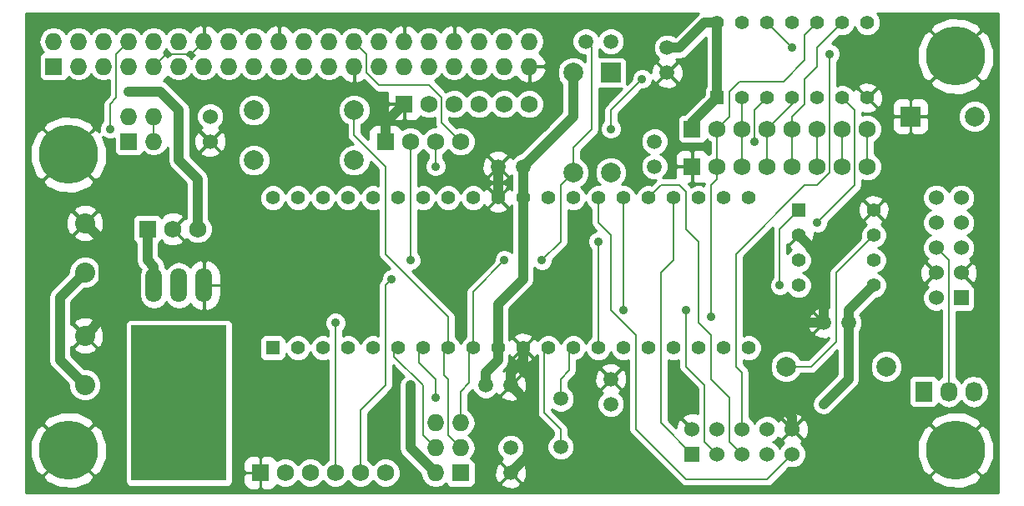
<source format=gtl>
%FSLAX34Y34*%
G04 Gerber Fmt 3.4, Leading zero omitted, Abs format*
G04 (created by PCBNEW (2014-jan-25)-product) date Sun 10 Aug 2014 05:09:58 PM PDT*
%MOIN*%
G01*
G70*
G90*
G04 APERTURE LIST*
%ADD10C,0.003937*%
%ADD11C,0.059100*%
%ADD12C,0.078700*%
%ADD13R,0.078700X0.078700*%
%ADD14C,0.060000*%
%ADD15C,0.236220*%
%ADD16R,0.068000X0.080000*%
%ADD17O,0.068000X0.080000*%
%ADD18R,0.068000X0.068000*%
%ADD19O,0.068000X0.068000*%
%ADD20O,0.066900X0.137800*%
%ADD21R,0.380000X0.620000*%
%ADD22R,0.055000X0.055000*%
%ADD23C,0.055000*%
%ADD24R,0.060000X0.060000*%
%ADD25C,0.080000*%
%ADD26C,0.068000*%
%ADD27C,0.035000*%
%ADD28C,0.008000*%
%ADD29C,0.040000*%
%ADD30C,0.010000*%
G04 APERTURE END LIST*
G54D10*
G54D11*
X59000Y-57000D03*
X59000Y-58000D03*
X63000Y-55250D03*
X63000Y-54250D03*
X59500Y-45750D03*
X58500Y-45750D03*
X58000Y-54500D03*
X59000Y-54500D03*
X72500Y-52000D03*
X71500Y-52000D03*
X64750Y-44750D03*
X64750Y-45750D03*
X65250Y-41000D03*
X65250Y-42000D03*
G54D12*
X63000Y-46000D03*
G54D13*
X63000Y-42000D03*
G54D14*
X47000Y-43750D03*
X47000Y-44750D03*
G54D15*
X41338Y-45275D03*
X76771Y-41338D03*
X41338Y-57086D03*
X76771Y-57086D03*
G54D16*
X75500Y-54750D03*
G54D17*
X76500Y-54750D03*
X77500Y-54750D03*
G54D18*
X43750Y-44750D03*
G54D19*
X43750Y-43750D03*
X44750Y-44750D03*
X44750Y-43750D03*
G54D18*
X57000Y-58000D03*
G54D19*
X56000Y-58000D03*
X57000Y-57000D03*
X56000Y-57000D03*
X57000Y-56000D03*
X56000Y-56000D03*
G54D20*
X45750Y-50500D03*
X46750Y-50500D03*
X44750Y-50500D03*
G54D21*
X45750Y-55200D03*
G54D12*
X70000Y-53750D03*
X74000Y-53750D03*
X61500Y-46000D03*
X61500Y-42000D03*
X48750Y-43500D03*
X52750Y-43500D03*
X48750Y-45500D03*
X52750Y-45500D03*
G54D22*
X67250Y-43000D03*
G54D23*
X68250Y-43000D03*
X69250Y-43000D03*
X70250Y-43000D03*
X71250Y-43000D03*
X72250Y-43000D03*
X73250Y-43000D03*
X73250Y-40000D03*
X72250Y-40000D03*
X71250Y-40000D03*
X70250Y-40000D03*
X69250Y-40000D03*
X68250Y-40000D03*
X67250Y-40000D03*
G54D22*
X70500Y-47500D03*
G54D23*
X70500Y-48500D03*
X70500Y-49500D03*
X70500Y-50500D03*
X73500Y-50500D03*
X73500Y-49500D03*
X73500Y-48500D03*
X73500Y-47500D03*
G54D11*
X61000Y-56961D03*
X61000Y-55039D03*
G54D13*
X74970Y-43750D03*
G54D12*
X77530Y-43750D03*
G54D24*
X66250Y-57250D03*
G54D14*
X66250Y-56250D03*
X67250Y-57250D03*
X67250Y-56250D03*
X68250Y-57250D03*
X68250Y-56250D03*
X69250Y-57250D03*
X69250Y-56250D03*
X70250Y-57250D03*
X70250Y-56250D03*
G54D22*
X49500Y-53000D03*
G54D23*
X50500Y-53000D03*
X51500Y-53000D03*
X52500Y-53000D03*
X53500Y-53000D03*
X54500Y-53000D03*
X55500Y-53000D03*
X56500Y-53000D03*
X57500Y-53000D03*
X58500Y-53000D03*
X59500Y-53000D03*
X60500Y-53000D03*
X61500Y-53000D03*
X62500Y-53000D03*
X63500Y-53000D03*
X64500Y-53000D03*
X65500Y-53000D03*
X66500Y-53000D03*
X67500Y-53000D03*
X68500Y-53000D03*
X68500Y-47000D03*
X67500Y-47000D03*
X66500Y-47000D03*
X65500Y-47000D03*
X64500Y-47000D03*
X63500Y-47000D03*
X62500Y-47000D03*
X61500Y-47000D03*
X60500Y-47000D03*
X59500Y-47000D03*
X58500Y-47000D03*
X57500Y-47000D03*
X56500Y-47000D03*
X55500Y-47000D03*
X54500Y-47000D03*
X53500Y-47000D03*
X52500Y-47000D03*
X51500Y-47000D03*
X50500Y-47000D03*
X49500Y-47000D03*
G54D11*
X62000Y-40750D03*
X63000Y-40750D03*
G54D25*
X42000Y-49984D03*
X42000Y-48015D03*
X42000Y-54484D03*
X42000Y-52515D03*
G54D24*
X77000Y-51000D03*
G54D14*
X76000Y-51000D03*
X77000Y-50000D03*
X76000Y-50000D03*
X77000Y-49000D03*
X76000Y-49000D03*
X77000Y-48000D03*
X76000Y-48000D03*
X77000Y-47000D03*
X76000Y-47000D03*
G54D18*
X54750Y-43250D03*
G54D26*
X55750Y-43250D03*
X56750Y-43250D03*
X57750Y-43250D03*
X58750Y-43250D03*
X59750Y-43250D03*
G54D18*
X49000Y-58000D03*
G54D26*
X50000Y-58000D03*
X51000Y-58000D03*
X52000Y-58000D03*
X53000Y-58000D03*
X54000Y-58000D03*
G54D18*
X44500Y-48250D03*
G54D26*
X45500Y-48250D03*
X46500Y-48250D03*
G54D18*
X40750Y-41750D03*
G54D19*
X40750Y-40750D03*
X41750Y-41750D03*
X41750Y-40750D03*
X42750Y-41750D03*
X42750Y-40750D03*
X43750Y-41750D03*
X43750Y-40750D03*
X44750Y-41750D03*
X44750Y-40750D03*
X45750Y-41750D03*
X45750Y-40750D03*
X46750Y-41750D03*
X46750Y-40750D03*
X47750Y-41750D03*
X47750Y-40750D03*
X48750Y-41750D03*
X48750Y-40750D03*
X49750Y-41750D03*
X49750Y-40750D03*
X50750Y-41750D03*
X50750Y-40750D03*
X51750Y-41750D03*
X51750Y-40750D03*
X52750Y-41750D03*
X52750Y-40750D03*
X53750Y-41750D03*
X53750Y-40750D03*
X54750Y-41750D03*
X54750Y-40750D03*
X55750Y-41750D03*
X55750Y-40750D03*
X56750Y-41750D03*
X56750Y-40750D03*
X57750Y-41750D03*
X57750Y-40750D03*
X58750Y-41750D03*
X58750Y-40750D03*
X59750Y-41750D03*
X59750Y-40750D03*
G54D18*
X54000Y-44750D03*
G54D26*
X55000Y-44750D03*
X56000Y-44750D03*
X57000Y-44750D03*
G54D18*
X66250Y-44250D03*
G54D26*
X67250Y-44250D03*
X68250Y-44250D03*
X69250Y-44250D03*
X70250Y-44250D03*
X71250Y-44250D03*
X72250Y-44250D03*
X73250Y-44250D03*
G54D18*
X66250Y-45750D03*
G54D26*
X67250Y-45750D03*
X68250Y-45750D03*
X69250Y-45750D03*
X70250Y-45750D03*
X71250Y-45750D03*
X72250Y-45750D03*
X73250Y-45750D03*
G54D27*
X46250Y-42750D03*
X60250Y-49500D03*
X58750Y-49500D03*
X43750Y-42750D03*
X55000Y-54500D03*
X71500Y-55250D03*
X56000Y-55000D03*
X63500Y-51500D03*
X66000Y-51500D03*
X69750Y-50500D03*
X62500Y-48750D03*
X71250Y-48000D03*
X43000Y-44250D03*
X55000Y-49500D03*
X54250Y-50250D03*
X56000Y-45750D03*
X63000Y-44250D03*
X64250Y-42250D03*
X70250Y-41000D03*
X68750Y-44750D03*
X71750Y-41250D03*
X52000Y-52000D03*
X67000Y-51750D03*
G54D28*
X61000Y-56961D02*
X61000Y-56250D01*
X60350Y-55600D02*
X60350Y-53000D01*
X61000Y-56250D02*
X60350Y-55600D01*
X44750Y-41750D02*
X45250Y-41250D01*
X46250Y-41250D02*
X46750Y-40750D01*
X45250Y-41250D02*
X46250Y-41250D01*
G54D29*
X54000Y-44750D02*
X54000Y-44000D01*
X54000Y-44000D02*
X54750Y-43250D01*
X59000Y-54500D02*
X59000Y-54000D01*
X59000Y-54000D02*
X59500Y-53500D01*
X59500Y-53500D02*
X59500Y-53000D01*
X58500Y-47000D02*
X58500Y-45750D01*
X59000Y-58000D02*
X59750Y-57250D01*
X59750Y-55250D02*
X59000Y-54500D01*
X59750Y-57250D02*
X59750Y-55250D01*
X70250Y-56250D02*
X70250Y-55750D01*
X70000Y-52000D02*
X71500Y-52000D01*
X69250Y-52750D02*
X70000Y-52000D01*
X69250Y-54750D02*
X69250Y-52750D01*
X70250Y-55750D02*
X69250Y-54750D01*
X71500Y-52000D02*
X71500Y-49500D01*
X71500Y-49500D02*
X70500Y-48500D01*
X42000Y-52515D02*
X42750Y-51765D01*
X42750Y-48765D02*
X42000Y-48015D01*
X42750Y-51765D02*
X42750Y-48765D01*
G54D28*
X61000Y-55039D02*
X61000Y-54250D01*
X61350Y-53900D02*
X61350Y-53000D01*
X61000Y-54250D02*
X61350Y-53900D01*
X57500Y-53000D02*
X57500Y-50750D01*
X61000Y-46500D02*
X61500Y-46000D01*
X61000Y-48750D02*
X61000Y-46500D01*
X60250Y-49500D02*
X61000Y-48750D01*
X57500Y-50750D02*
X58750Y-49500D01*
X61500Y-46000D02*
X61500Y-45000D01*
X62250Y-41000D02*
X62000Y-40750D01*
X62250Y-44250D02*
X62250Y-41000D01*
X61500Y-45000D02*
X62250Y-44250D01*
X57000Y-56000D02*
X57000Y-54750D01*
X57350Y-54400D02*
X57350Y-53000D01*
X57000Y-54750D02*
X57350Y-54400D01*
G54D29*
X45750Y-45500D02*
X45750Y-43500D01*
X45000Y-42750D02*
X43750Y-42750D01*
X45750Y-43500D02*
X45000Y-42750D01*
X65250Y-41000D02*
X65750Y-41000D01*
X66750Y-40000D02*
X67250Y-40000D01*
X65750Y-41000D02*
X66750Y-40000D01*
X58500Y-53000D02*
X58500Y-51250D01*
X59500Y-50250D02*
X59500Y-47000D01*
X58500Y-51250D02*
X59500Y-50250D01*
X46500Y-48250D02*
X46500Y-46250D01*
X46500Y-46250D02*
X45750Y-45500D01*
X58000Y-54500D02*
X58000Y-54000D01*
X58500Y-53500D02*
X58500Y-53000D01*
X58000Y-54000D02*
X58500Y-53500D01*
X59500Y-47000D02*
X59500Y-45750D01*
X56000Y-58000D02*
X55000Y-57000D01*
X55000Y-57000D02*
X55000Y-54500D01*
X72500Y-54250D02*
X72500Y-52000D01*
X71500Y-55250D02*
X72500Y-54250D01*
X72500Y-52000D02*
X72500Y-51500D01*
X72500Y-51500D02*
X73500Y-50500D01*
X66250Y-44250D02*
X66250Y-44000D01*
X66250Y-44000D02*
X67250Y-43000D01*
X67250Y-43000D02*
X67250Y-40000D01*
X59500Y-45750D02*
X61500Y-43750D01*
X61500Y-43750D02*
X61500Y-42000D01*
G54D28*
X44750Y-44750D02*
X44750Y-43750D01*
G54D29*
X44750Y-50500D02*
X44750Y-49750D01*
X44500Y-49500D02*
X44500Y-48250D01*
X44750Y-49750D02*
X44500Y-49500D01*
G54D28*
X55350Y-53000D02*
X55350Y-53600D01*
X56000Y-54250D02*
X56000Y-55000D01*
X55350Y-53600D02*
X56000Y-54250D01*
X56500Y-53000D02*
X56500Y-51750D01*
X52750Y-44500D02*
X52750Y-43500D01*
X54000Y-45750D02*
X52750Y-44500D01*
X54000Y-49250D02*
X54000Y-45750D01*
X56500Y-51750D02*
X54000Y-49250D01*
X57000Y-57000D02*
X56500Y-56500D01*
X56350Y-54100D02*
X56350Y-53000D01*
X56500Y-54250D02*
X56350Y-54100D01*
X56500Y-56500D02*
X56500Y-54250D01*
X55500Y-56500D02*
X55500Y-54500D01*
X56000Y-57000D02*
X55500Y-56500D01*
X54350Y-53350D02*
X54350Y-53000D01*
X55500Y-54500D02*
X54350Y-53350D01*
X66250Y-57250D02*
X65000Y-56000D01*
X65500Y-49500D02*
X65500Y-47000D01*
X65000Y-50000D02*
X65500Y-49500D01*
X65000Y-56000D02*
X65000Y-50000D01*
X67250Y-57250D02*
X66750Y-56750D01*
X63500Y-51500D02*
X63500Y-47000D01*
X66000Y-53750D02*
X66000Y-51500D01*
X66750Y-54500D02*
X66000Y-53750D01*
X66750Y-56750D02*
X66750Y-54500D01*
X68250Y-57250D02*
X67750Y-56750D01*
X65000Y-46500D02*
X64500Y-47000D01*
X65750Y-46500D02*
X65000Y-46500D01*
X66000Y-46750D02*
X65750Y-46500D01*
X66000Y-48250D02*
X66000Y-46750D01*
X66500Y-48750D02*
X66000Y-48250D01*
X66500Y-52000D02*
X66500Y-48750D01*
X67000Y-52500D02*
X66500Y-52000D01*
X67000Y-54250D02*
X67000Y-52500D01*
X67750Y-55000D02*
X67000Y-54250D01*
X67750Y-56750D02*
X67750Y-55000D01*
X62500Y-47000D02*
X62500Y-48000D01*
X69250Y-58250D02*
X70250Y-57250D01*
X66000Y-58250D02*
X69250Y-58250D01*
X64000Y-56250D02*
X66000Y-58250D01*
X64000Y-52500D02*
X64000Y-56250D01*
X63000Y-51500D02*
X64000Y-52500D01*
X63000Y-48500D02*
X63000Y-51500D01*
X62500Y-48000D02*
X63000Y-48500D01*
X69750Y-48250D02*
X70500Y-47500D01*
X69750Y-50500D02*
X69750Y-48250D01*
X71250Y-48000D02*
X72750Y-46500D01*
X72750Y-43500D02*
X72250Y-43000D01*
X72750Y-46500D02*
X72750Y-43500D01*
X62500Y-48750D02*
X62500Y-53000D01*
X43000Y-43250D02*
X43000Y-44250D01*
X43250Y-43000D02*
X43000Y-43250D01*
X43250Y-41250D02*
X43250Y-43000D01*
X43750Y-40750D02*
X43250Y-41250D01*
X55000Y-44750D02*
X55000Y-49500D01*
X54250Y-50250D02*
X54000Y-50500D01*
X54000Y-50500D02*
X54000Y-54500D01*
X54000Y-54500D02*
X53000Y-55500D01*
X53000Y-55500D02*
X53000Y-58000D01*
X73250Y-45750D02*
X73250Y-44250D01*
X56000Y-45750D02*
X56000Y-44750D01*
X71250Y-44250D02*
X71250Y-45750D01*
X57000Y-44750D02*
X56250Y-44000D01*
X53250Y-41250D02*
X52750Y-40750D01*
X53250Y-42000D02*
X53250Y-41250D01*
X53750Y-42500D02*
X53250Y-42000D01*
X55750Y-42500D02*
X53750Y-42500D01*
X56250Y-43000D02*
X55750Y-42500D01*
X56250Y-44000D02*
X56250Y-43000D01*
X63000Y-43500D02*
X63000Y-44250D01*
X64250Y-42250D02*
X63000Y-43500D01*
X70250Y-41000D02*
X69250Y-40000D01*
X72250Y-44250D02*
X72250Y-44000D01*
X72250Y-44250D02*
X72250Y-45750D01*
X76500Y-54750D02*
X76500Y-49500D01*
X76500Y-49500D02*
X76000Y-49000D01*
X70000Y-53750D02*
X71000Y-53750D01*
X72000Y-50000D02*
X73500Y-48500D01*
X72000Y-52750D02*
X72000Y-50000D01*
X71000Y-53750D02*
X72000Y-52750D01*
G54D29*
X42000Y-54484D02*
X41000Y-53484D01*
X41000Y-50984D02*
X42000Y-49984D01*
X41000Y-53484D02*
X41000Y-50984D01*
G54D28*
X68750Y-43500D02*
X69250Y-43000D01*
X68750Y-44750D02*
X68750Y-43500D01*
X71750Y-41250D02*
X71750Y-46000D01*
X71250Y-46500D02*
X70750Y-46500D01*
X71750Y-46000D02*
X71250Y-46500D01*
X68250Y-56250D02*
X68250Y-54000D01*
X68000Y-49250D02*
X70750Y-46500D01*
X68000Y-53750D02*
X68000Y-49250D01*
X68250Y-54000D02*
X68000Y-53750D01*
X67725Y-43775D02*
X67725Y-42775D01*
X69900Y-42350D02*
X70750Y-41500D01*
X68150Y-42350D02*
X69900Y-42350D01*
X67725Y-42775D02*
X68150Y-42350D01*
X71250Y-40000D02*
X70750Y-40500D01*
X70750Y-40500D02*
X70750Y-41500D01*
X67250Y-44250D02*
X67725Y-43775D01*
X67250Y-45750D02*
X67250Y-46250D01*
X52000Y-52000D02*
X52000Y-58000D01*
X67000Y-46500D02*
X67000Y-51750D01*
X67250Y-46250D02*
X67000Y-46500D01*
X67250Y-44250D02*
X67250Y-45750D01*
X68250Y-44250D02*
X68250Y-43000D01*
X68250Y-44250D02*
X68250Y-45750D01*
X69250Y-44250D02*
X70250Y-43250D01*
X70250Y-43250D02*
X70250Y-43000D01*
X70250Y-43250D02*
X70250Y-43000D01*
X69250Y-44250D02*
X69250Y-45750D01*
X70250Y-44250D02*
X70250Y-43750D01*
X71250Y-41000D02*
X72250Y-40000D01*
X71250Y-41750D02*
X71250Y-41000D01*
X70750Y-42250D02*
X71250Y-41750D01*
X70750Y-43250D02*
X70750Y-42250D01*
X70250Y-43750D02*
X70750Y-43250D01*
X70250Y-44250D02*
X70250Y-45750D01*
G54D30*
G36*
X44767Y-41760D02*
X44760Y-41760D01*
X44760Y-41767D01*
X44740Y-41767D01*
X44740Y-41760D01*
X44732Y-41760D01*
X44732Y-41740D01*
X44740Y-41740D01*
X44740Y-41732D01*
X44760Y-41732D01*
X44760Y-41740D01*
X44767Y-41740D01*
X44767Y-41760D01*
X44767Y-41760D01*
G37*
X44767Y-41760D02*
X44760Y-41760D01*
X44760Y-41767D01*
X44740Y-41767D01*
X44740Y-41760D01*
X44732Y-41760D01*
X44732Y-41740D01*
X44740Y-41740D01*
X44740Y-41732D01*
X44760Y-41732D01*
X44760Y-41740D01*
X44767Y-41740D01*
X44767Y-41760D01*
G36*
X45445Y-41250D02*
X45321Y-41332D01*
X45310Y-41349D01*
X45143Y-41190D01*
X45178Y-41167D01*
X45250Y-41060D01*
X45321Y-41167D01*
X45445Y-41250D01*
X45445Y-41250D01*
G37*
X45445Y-41250D02*
X45321Y-41332D01*
X45310Y-41349D01*
X45143Y-41190D01*
X45178Y-41167D01*
X45250Y-41060D01*
X45321Y-41167D01*
X45445Y-41250D01*
G36*
X46356Y-41309D02*
X46321Y-41332D01*
X46250Y-41439D01*
X46178Y-41332D01*
X46054Y-41250D01*
X46178Y-41167D01*
X46189Y-41150D01*
X46356Y-41309D01*
X46356Y-41309D01*
G37*
X46356Y-41309D02*
X46321Y-41332D01*
X46250Y-41439D01*
X46178Y-41332D01*
X46054Y-41250D01*
X46178Y-41167D01*
X46189Y-41150D01*
X46356Y-41309D01*
G36*
X56017Y-56010D02*
X56010Y-56010D01*
X56010Y-56017D01*
X55990Y-56017D01*
X55990Y-56010D01*
X55982Y-56010D01*
X55982Y-55990D01*
X55990Y-55990D01*
X55990Y-55982D01*
X56010Y-55982D01*
X56010Y-55990D01*
X56017Y-55990D01*
X56017Y-56010D01*
X56017Y-56010D01*
G37*
X56017Y-56010D02*
X56010Y-56010D01*
X56010Y-56017D01*
X55990Y-56017D01*
X55990Y-56010D01*
X55982Y-56010D01*
X55982Y-55990D01*
X55990Y-55990D01*
X55990Y-55982D01*
X56010Y-55982D01*
X56010Y-55990D01*
X56017Y-55990D01*
X56017Y-56010D01*
G36*
X66460Y-55632D02*
X66394Y-55603D01*
X66136Y-55597D01*
X65895Y-55690D01*
X65868Y-55708D01*
X65850Y-55836D01*
X66250Y-56235D01*
X66255Y-56230D01*
X66269Y-56244D01*
X66264Y-56250D01*
X66269Y-56255D01*
X66255Y-56269D01*
X66250Y-56264D01*
X66244Y-56269D01*
X66230Y-56255D01*
X66235Y-56250D01*
X65836Y-55850D01*
X65708Y-55868D01*
X65603Y-56105D01*
X65601Y-56191D01*
X65290Y-55879D01*
X65290Y-53481D01*
X65395Y-53524D01*
X65603Y-53525D01*
X65710Y-53481D01*
X65710Y-53750D01*
X65732Y-53860D01*
X65794Y-53955D01*
X66460Y-54620D01*
X66460Y-55632D01*
X66460Y-55632D01*
G37*
X66460Y-55632D02*
X66394Y-55603D01*
X66136Y-55597D01*
X65895Y-55690D01*
X65868Y-55708D01*
X65850Y-55836D01*
X66250Y-56235D01*
X66255Y-56230D01*
X66269Y-56244D01*
X66264Y-56250D01*
X66269Y-56255D01*
X66255Y-56269D01*
X66250Y-56264D01*
X66244Y-56269D01*
X66230Y-56255D01*
X66235Y-56250D01*
X65836Y-55850D01*
X65708Y-55868D01*
X65603Y-56105D01*
X65601Y-56191D01*
X65290Y-55879D01*
X65290Y-53481D01*
X65395Y-53524D01*
X65603Y-53525D01*
X65710Y-53481D01*
X65710Y-53750D01*
X65732Y-53860D01*
X65794Y-53955D01*
X66460Y-54620D01*
X66460Y-55632D01*
G36*
X78480Y-58795D02*
X78311Y-58795D01*
X78311Y-56832D01*
X78311Y-41084D01*
X78097Y-40514D01*
X78040Y-40429D01*
X77820Y-40303D01*
X77806Y-40317D01*
X77806Y-40289D01*
X77681Y-40069D01*
X77126Y-39818D01*
X76517Y-39798D01*
X75947Y-40012D01*
X75862Y-40069D01*
X75736Y-40289D01*
X76771Y-41324D01*
X77806Y-40289D01*
X77806Y-40317D01*
X76785Y-41338D01*
X77820Y-42373D01*
X78040Y-42248D01*
X78291Y-41693D01*
X78311Y-41084D01*
X78311Y-56832D01*
X78173Y-56464D01*
X78173Y-43622D01*
X78075Y-43385D01*
X77894Y-43204D01*
X77806Y-43168D01*
X77806Y-42387D01*
X76771Y-41352D01*
X76757Y-41366D01*
X76757Y-41338D01*
X75722Y-40303D01*
X75502Y-40429D01*
X75251Y-40983D01*
X75231Y-41592D01*
X75445Y-42162D01*
X75502Y-42248D01*
X75722Y-42373D01*
X76757Y-41338D01*
X76757Y-41366D01*
X75736Y-42387D01*
X75862Y-42607D01*
X76416Y-42858D01*
X77025Y-42878D01*
X77595Y-42664D01*
X77681Y-42607D01*
X77806Y-42387D01*
X77806Y-43168D01*
X77658Y-43106D01*
X77402Y-43106D01*
X77165Y-43204D01*
X76984Y-43385D01*
X76886Y-43621D01*
X76886Y-43877D01*
X76984Y-44114D01*
X77165Y-44295D01*
X77401Y-44393D01*
X77657Y-44393D01*
X77894Y-44295D01*
X78075Y-44114D01*
X78173Y-43878D01*
X78173Y-43622D01*
X78173Y-56464D01*
X78097Y-56262D01*
X78090Y-56251D01*
X78090Y-54822D01*
X78090Y-54677D01*
X78045Y-54451D01*
X77917Y-54260D01*
X77725Y-54132D01*
X77652Y-54117D01*
X77652Y-49886D01*
X77559Y-49645D01*
X77541Y-49618D01*
X77413Y-49600D01*
X77014Y-50000D01*
X77413Y-50399D01*
X77541Y-50381D01*
X77646Y-50144D01*
X77652Y-49886D01*
X77652Y-54117D01*
X77500Y-54087D01*
X77274Y-54132D01*
X77082Y-54260D01*
X77000Y-54384D01*
X76917Y-54260D01*
X76790Y-54175D01*
X76790Y-51550D01*
X77349Y-51550D01*
X77441Y-51511D01*
X77511Y-51441D01*
X77550Y-51349D01*
X77550Y-51250D01*
X77550Y-50650D01*
X77511Y-50558D01*
X77441Y-50488D01*
X77391Y-50467D01*
X77399Y-50413D01*
X77000Y-50014D01*
X76994Y-50019D01*
X76980Y-50005D01*
X76985Y-50000D01*
X76980Y-49994D01*
X76994Y-49980D01*
X77000Y-49985D01*
X77399Y-49586D01*
X77381Y-49458D01*
X77338Y-49439D01*
X77465Y-49311D01*
X77549Y-49109D01*
X77550Y-48891D01*
X77466Y-48688D01*
X77311Y-48534D01*
X77230Y-48500D01*
X77311Y-48466D01*
X77465Y-48311D01*
X77549Y-48109D01*
X77550Y-47891D01*
X77466Y-47688D01*
X77311Y-47534D01*
X77230Y-47500D01*
X77311Y-47466D01*
X77465Y-47311D01*
X77549Y-47109D01*
X77550Y-46891D01*
X77466Y-46688D01*
X77311Y-46534D01*
X77109Y-46450D01*
X76891Y-46449D01*
X76688Y-46533D01*
X76534Y-46688D01*
X76500Y-46769D01*
X76466Y-46688D01*
X76311Y-46534D01*
X76109Y-46450D01*
X75891Y-46449D01*
X75713Y-46523D01*
X75713Y-44213D01*
X75713Y-44073D01*
X75713Y-43847D01*
X75713Y-43652D01*
X75713Y-43426D01*
X75713Y-43286D01*
X75660Y-43158D01*
X75561Y-43059D01*
X75433Y-43006D01*
X75067Y-43006D01*
X74980Y-43094D01*
X74980Y-43740D01*
X75626Y-43740D01*
X75713Y-43652D01*
X75713Y-43847D01*
X75626Y-43760D01*
X74980Y-43760D01*
X74980Y-44406D01*
X75067Y-44493D01*
X75433Y-44493D01*
X75561Y-44440D01*
X75660Y-44341D01*
X75713Y-44213D01*
X75713Y-46523D01*
X75688Y-46533D01*
X75534Y-46688D01*
X75450Y-46890D01*
X75449Y-47108D01*
X75533Y-47311D01*
X75688Y-47465D01*
X75769Y-47499D01*
X75688Y-47533D01*
X75534Y-47688D01*
X75450Y-47890D01*
X75449Y-48108D01*
X75533Y-48311D01*
X75688Y-48465D01*
X75769Y-48499D01*
X75688Y-48533D01*
X75534Y-48688D01*
X75450Y-48890D01*
X75449Y-49108D01*
X75533Y-49311D01*
X75657Y-49435D01*
X75645Y-49440D01*
X75618Y-49458D01*
X75600Y-49586D01*
X76000Y-49985D01*
X76005Y-49980D01*
X76019Y-49994D01*
X76014Y-50000D01*
X76019Y-50005D01*
X76005Y-50019D01*
X76000Y-50014D01*
X75985Y-50028D01*
X75985Y-50000D01*
X75586Y-49600D01*
X75458Y-49618D01*
X75353Y-49855D01*
X75347Y-50113D01*
X75440Y-50354D01*
X75458Y-50381D01*
X75586Y-50399D01*
X75985Y-50000D01*
X75985Y-50028D01*
X75600Y-50413D01*
X75618Y-50541D01*
X75661Y-50560D01*
X75534Y-50688D01*
X75450Y-50890D01*
X75449Y-51108D01*
X75533Y-51311D01*
X75688Y-51465D01*
X75890Y-51549D01*
X76108Y-51550D01*
X76210Y-51508D01*
X76210Y-54175D01*
X76082Y-54260D01*
X76076Y-54268D01*
X76051Y-54208D01*
X75981Y-54138D01*
X75889Y-54100D01*
X75790Y-54100D01*
X75110Y-54100D01*
X75018Y-54138D01*
X74960Y-54196D01*
X74960Y-44406D01*
X74960Y-43760D01*
X74960Y-43740D01*
X74960Y-43094D01*
X74872Y-43006D01*
X74506Y-43006D01*
X74378Y-43059D01*
X74279Y-43158D01*
X74226Y-43286D01*
X74226Y-43426D01*
X74226Y-43652D01*
X74314Y-43740D01*
X74960Y-43740D01*
X74960Y-43760D01*
X74314Y-43760D01*
X74226Y-43847D01*
X74226Y-44073D01*
X74226Y-44213D01*
X74279Y-44341D01*
X74378Y-44440D01*
X74506Y-44493D01*
X74872Y-44493D01*
X74960Y-44406D01*
X74960Y-54196D01*
X74948Y-54208D01*
X74910Y-54300D01*
X74910Y-54399D01*
X74910Y-55199D01*
X74948Y-55291D01*
X75018Y-55361D01*
X75110Y-55400D01*
X75209Y-55400D01*
X75889Y-55400D01*
X75981Y-55361D01*
X76051Y-55291D01*
X76076Y-55231D01*
X76082Y-55239D01*
X76274Y-55367D01*
X76500Y-55412D01*
X76725Y-55367D01*
X76917Y-55239D01*
X77000Y-55115D01*
X77082Y-55239D01*
X77274Y-55367D01*
X77500Y-55412D01*
X77725Y-55367D01*
X77917Y-55239D01*
X78045Y-55048D01*
X78090Y-54822D01*
X78090Y-56251D01*
X78040Y-56177D01*
X77820Y-56051D01*
X77806Y-56065D01*
X77806Y-56037D01*
X77681Y-55817D01*
X77126Y-55566D01*
X76517Y-55546D01*
X75947Y-55760D01*
X75862Y-55817D01*
X75736Y-56037D01*
X76771Y-57072D01*
X77806Y-56037D01*
X77806Y-56065D01*
X76785Y-57086D01*
X77820Y-58121D01*
X78040Y-57996D01*
X78291Y-57441D01*
X78311Y-56832D01*
X78311Y-58795D01*
X77806Y-58795D01*
X77806Y-58135D01*
X76771Y-57100D01*
X76757Y-57114D01*
X76757Y-57086D01*
X75722Y-56051D01*
X75502Y-56177D01*
X75251Y-56731D01*
X75231Y-57340D01*
X75445Y-57910D01*
X75502Y-57996D01*
X75722Y-58121D01*
X76757Y-57086D01*
X76757Y-57114D01*
X75736Y-58135D01*
X75862Y-58355D01*
X76416Y-58606D01*
X77025Y-58626D01*
X77595Y-58412D01*
X77681Y-58355D01*
X77806Y-58135D01*
X77806Y-58795D01*
X74643Y-58795D01*
X74643Y-53622D01*
X74545Y-53385D01*
X74364Y-53204D01*
X74128Y-53106D01*
X74127Y-53106D01*
X74127Y-47390D01*
X74038Y-47158D01*
X74021Y-47133D01*
X73895Y-47118D01*
X73881Y-47132D01*
X73881Y-47104D01*
X73877Y-47072D01*
X73877Y-42890D01*
X73788Y-42658D01*
X73771Y-42633D01*
X73645Y-42618D01*
X73631Y-42632D01*
X73631Y-42604D01*
X73616Y-42478D01*
X73389Y-42378D01*
X73140Y-42372D01*
X72908Y-42461D01*
X72883Y-42478D01*
X72868Y-42604D01*
X73250Y-42985D01*
X73631Y-42604D01*
X73631Y-42632D01*
X73264Y-43000D01*
X73645Y-43381D01*
X73771Y-43366D01*
X73871Y-43139D01*
X73877Y-42890D01*
X73877Y-47072D01*
X73866Y-46978D01*
X73639Y-46878D01*
X73390Y-46872D01*
X73158Y-46961D01*
X73133Y-46978D01*
X73118Y-47104D01*
X73500Y-47485D01*
X73881Y-47104D01*
X73881Y-47132D01*
X73514Y-47500D01*
X73895Y-47881D01*
X74021Y-47866D01*
X74121Y-47639D01*
X74127Y-47390D01*
X74127Y-53106D01*
X74025Y-53106D01*
X74025Y-50396D01*
X73945Y-50203D01*
X73797Y-50055D01*
X73664Y-49999D01*
X73797Y-49945D01*
X73944Y-49797D01*
X74024Y-49604D01*
X74025Y-49396D01*
X73945Y-49203D01*
X73797Y-49055D01*
X73664Y-48999D01*
X73797Y-48945D01*
X73944Y-48797D01*
X74024Y-48604D01*
X74025Y-48396D01*
X73945Y-48203D01*
X73797Y-48055D01*
X73797Y-48055D01*
X73841Y-48038D01*
X73866Y-48021D01*
X73881Y-47895D01*
X73500Y-47514D01*
X73485Y-47528D01*
X73485Y-47500D01*
X73104Y-47118D01*
X72978Y-47133D01*
X72878Y-47360D01*
X72872Y-47609D01*
X72961Y-47841D01*
X72978Y-47866D01*
X73104Y-47881D01*
X73485Y-47500D01*
X73485Y-47528D01*
X73118Y-47895D01*
X73133Y-48021D01*
X73206Y-48053D01*
X73203Y-48054D01*
X73055Y-48202D01*
X72975Y-48395D01*
X72974Y-48603D01*
X72978Y-48611D01*
X71794Y-49794D01*
X71732Y-49889D01*
X71710Y-50000D01*
X71710Y-51387D01*
X71643Y-51357D01*
X71387Y-51351D01*
X71147Y-51444D01*
X71121Y-51461D01*
X71103Y-51589D01*
X71500Y-51985D01*
X71505Y-51980D01*
X71519Y-51994D01*
X71514Y-52000D01*
X71519Y-52005D01*
X71505Y-52019D01*
X71500Y-52014D01*
X71485Y-52028D01*
X71485Y-52000D01*
X71089Y-51603D01*
X70961Y-51621D01*
X70857Y-51856D01*
X70851Y-52112D01*
X70944Y-52352D01*
X70961Y-52378D01*
X71089Y-52396D01*
X71485Y-52000D01*
X71485Y-52028D01*
X71103Y-52410D01*
X71121Y-52538D01*
X71356Y-52642D01*
X71612Y-52648D01*
X71710Y-52610D01*
X71710Y-52629D01*
X70879Y-53460D01*
X70576Y-53460D01*
X70545Y-53385D01*
X70364Y-53204D01*
X70128Y-53106D01*
X69872Y-53106D01*
X69635Y-53204D01*
X69454Y-53385D01*
X69356Y-53621D01*
X69356Y-53877D01*
X69454Y-54114D01*
X69635Y-54295D01*
X69871Y-54393D01*
X70127Y-54393D01*
X70364Y-54295D01*
X70545Y-54114D01*
X70576Y-54040D01*
X71000Y-54040D01*
X71110Y-54017D01*
X71205Y-53955D01*
X72050Y-53110D01*
X72050Y-54063D01*
X71181Y-54931D01*
X71084Y-55077D01*
X71050Y-55250D01*
X71084Y-55422D01*
X71181Y-55568D01*
X71327Y-55665D01*
X71500Y-55700D01*
X71672Y-55665D01*
X71818Y-55568D01*
X72818Y-54568D01*
X72915Y-54422D01*
X72950Y-54250D01*
X72950Y-52321D01*
X72962Y-52309D01*
X73045Y-52108D01*
X73045Y-51891D01*
X72962Y-51691D01*
X72953Y-51682D01*
X73616Y-51019D01*
X73797Y-50945D01*
X73944Y-50797D01*
X74024Y-50604D01*
X74025Y-50396D01*
X74025Y-53106D01*
X73872Y-53106D01*
X73635Y-53204D01*
X73454Y-53385D01*
X73356Y-53621D01*
X73356Y-53877D01*
X73454Y-54114D01*
X73635Y-54295D01*
X73871Y-54393D01*
X74127Y-54393D01*
X74364Y-54295D01*
X74545Y-54114D01*
X74643Y-53878D01*
X74643Y-53622D01*
X74643Y-58795D01*
X70902Y-58795D01*
X70902Y-56136D01*
X70809Y-55895D01*
X70791Y-55868D01*
X70663Y-55850D01*
X70649Y-55864D01*
X70649Y-55836D01*
X70631Y-55708D01*
X70394Y-55603D01*
X70136Y-55597D01*
X69895Y-55690D01*
X69868Y-55708D01*
X69850Y-55836D01*
X70250Y-56235D01*
X70649Y-55836D01*
X70649Y-55864D01*
X70264Y-56250D01*
X70663Y-56649D01*
X70791Y-56631D01*
X70896Y-56394D01*
X70902Y-56136D01*
X70902Y-58795D01*
X63648Y-58795D01*
X63648Y-54137D01*
X63555Y-53897D01*
X63538Y-53871D01*
X63410Y-53853D01*
X63396Y-53867D01*
X63396Y-53839D01*
X63378Y-53711D01*
X63143Y-53607D01*
X62887Y-53601D01*
X62647Y-53694D01*
X62621Y-53711D01*
X62603Y-53839D01*
X63000Y-54235D01*
X63396Y-53839D01*
X63396Y-53867D01*
X63014Y-54250D01*
X63410Y-54646D01*
X63538Y-54628D01*
X63642Y-54393D01*
X63648Y-54137D01*
X63648Y-58795D01*
X63545Y-58795D01*
X63545Y-55141D01*
X63462Y-54941D01*
X63334Y-54812D01*
X63352Y-54805D01*
X63378Y-54788D01*
X63396Y-54660D01*
X63000Y-54264D01*
X62985Y-54278D01*
X62985Y-54250D01*
X62589Y-53853D01*
X62461Y-53871D01*
X62357Y-54106D01*
X62351Y-54362D01*
X62444Y-54602D01*
X62461Y-54628D01*
X62589Y-54646D01*
X62985Y-54250D01*
X62985Y-54278D01*
X62603Y-54660D01*
X62621Y-54788D01*
X62669Y-54809D01*
X62537Y-54940D01*
X62454Y-55141D01*
X62454Y-55358D01*
X62537Y-55558D01*
X62690Y-55712D01*
X62891Y-55795D01*
X63108Y-55795D01*
X63308Y-55712D01*
X63462Y-55559D01*
X63545Y-55358D01*
X63545Y-55141D01*
X63545Y-58795D01*
X59881Y-58795D01*
X59881Y-53395D01*
X59500Y-53014D01*
X59118Y-53395D01*
X59133Y-53521D01*
X59360Y-53621D01*
X59609Y-53627D01*
X59841Y-53538D01*
X59866Y-53521D01*
X59881Y-53395D01*
X59881Y-58795D01*
X59648Y-58795D01*
X59648Y-57887D01*
X59648Y-54387D01*
X59555Y-54147D01*
X59538Y-54121D01*
X59410Y-54103D01*
X59014Y-54500D01*
X59410Y-54896D01*
X59538Y-54878D01*
X59642Y-54643D01*
X59648Y-54387D01*
X59648Y-57887D01*
X59555Y-57647D01*
X59545Y-57632D01*
X59545Y-56891D01*
X59462Y-56691D01*
X59396Y-56624D01*
X59396Y-54910D01*
X59000Y-54514D01*
X58603Y-54910D01*
X58621Y-55038D01*
X58856Y-55142D01*
X59112Y-55148D01*
X59352Y-55055D01*
X59378Y-55038D01*
X59396Y-54910D01*
X59396Y-56624D01*
X59309Y-56537D01*
X59108Y-56454D01*
X58891Y-56454D01*
X58691Y-56537D01*
X58537Y-56690D01*
X58454Y-56891D01*
X58454Y-57108D01*
X58537Y-57308D01*
X58665Y-57437D01*
X58647Y-57444D01*
X58621Y-57461D01*
X58603Y-57589D01*
X59000Y-57985D01*
X59396Y-57589D01*
X59378Y-57461D01*
X59330Y-57440D01*
X59462Y-57309D01*
X59545Y-57108D01*
X59545Y-56891D01*
X59545Y-57632D01*
X59538Y-57621D01*
X59410Y-57603D01*
X59014Y-58000D01*
X59410Y-58396D01*
X59538Y-58378D01*
X59642Y-58143D01*
X59648Y-57887D01*
X59648Y-58795D01*
X59396Y-58795D01*
X59396Y-58410D01*
X59000Y-58014D01*
X58985Y-58028D01*
X58985Y-58000D01*
X58589Y-57603D01*
X58461Y-57621D01*
X58357Y-57856D01*
X58351Y-58112D01*
X58444Y-58352D01*
X58461Y-58378D01*
X58589Y-58396D01*
X58985Y-58000D01*
X58985Y-58028D01*
X58603Y-58410D01*
X58621Y-58538D01*
X58856Y-58642D01*
X59112Y-58648D01*
X59352Y-58555D01*
X59378Y-58538D01*
X59396Y-58410D01*
X59396Y-58795D01*
X48990Y-58795D01*
X48990Y-58602D01*
X48990Y-58010D01*
X48990Y-57990D01*
X48990Y-57397D01*
X48902Y-57310D01*
X48590Y-57310D01*
X48461Y-57363D01*
X48363Y-57461D01*
X48310Y-57590D01*
X48310Y-57729D01*
X48310Y-57902D01*
X48397Y-57990D01*
X48990Y-57990D01*
X48990Y-58010D01*
X48397Y-58010D01*
X48310Y-58097D01*
X48310Y-58270D01*
X48310Y-58409D01*
X48363Y-58538D01*
X48461Y-58636D01*
X48590Y-58690D01*
X48902Y-58690D01*
X48990Y-58602D01*
X48990Y-58795D01*
X47900Y-58795D01*
X47900Y-58349D01*
X47900Y-58250D01*
X47900Y-52050D01*
X47861Y-51958D01*
X47791Y-51888D01*
X47699Y-51850D01*
X47652Y-51850D01*
X47652Y-44636D01*
X47559Y-44395D01*
X47550Y-44380D01*
X47550Y-43641D01*
X47466Y-43438D01*
X47311Y-43284D01*
X47109Y-43200D01*
X46891Y-43199D01*
X46688Y-43283D01*
X46534Y-43438D01*
X46450Y-43640D01*
X46449Y-43858D01*
X46533Y-44061D01*
X46657Y-44185D01*
X46645Y-44190D01*
X46618Y-44208D01*
X46600Y-44336D01*
X47000Y-44735D01*
X47399Y-44336D01*
X47381Y-44208D01*
X47338Y-44189D01*
X47465Y-44061D01*
X47549Y-43859D01*
X47550Y-43641D01*
X47550Y-44380D01*
X47541Y-44368D01*
X47413Y-44350D01*
X47014Y-44750D01*
X47413Y-45149D01*
X47541Y-45131D01*
X47646Y-44894D01*
X47652Y-44636D01*
X47652Y-51850D01*
X47600Y-51850D01*
X47434Y-51850D01*
X47434Y-50864D01*
X47434Y-50510D01*
X47434Y-50490D01*
X47434Y-50135D01*
X47399Y-49972D01*
X47399Y-45163D01*
X47000Y-44764D01*
X46985Y-44778D01*
X46985Y-44750D01*
X46586Y-44350D01*
X46458Y-44368D01*
X46353Y-44605D01*
X46347Y-44863D01*
X46440Y-45104D01*
X46458Y-45131D01*
X46586Y-45149D01*
X46985Y-44750D01*
X46985Y-44778D01*
X46600Y-45163D01*
X46618Y-45291D01*
X46855Y-45396D01*
X47113Y-45402D01*
X47354Y-45309D01*
X47381Y-45291D01*
X47399Y-45163D01*
X47399Y-49972D01*
X47378Y-49874D01*
X47226Y-49654D01*
X47002Y-49509D01*
X46866Y-49471D01*
X46760Y-49548D01*
X46760Y-50490D01*
X47434Y-50490D01*
X47434Y-50510D01*
X46760Y-50510D01*
X46760Y-51451D01*
X46866Y-51528D01*
X47002Y-51490D01*
X47226Y-51345D01*
X47378Y-51125D01*
X47434Y-50864D01*
X47434Y-51850D01*
X46740Y-51850D01*
X46740Y-51451D01*
X46740Y-50510D01*
X46732Y-50510D01*
X46732Y-50490D01*
X46740Y-50490D01*
X46740Y-49548D01*
X46633Y-49471D01*
X46497Y-49509D01*
X46273Y-49654D01*
X46197Y-49764D01*
X46163Y-49713D01*
X45973Y-49587D01*
X45928Y-49578D01*
X45750Y-49542D01*
X45526Y-49587D01*
X45336Y-49713D01*
X45250Y-49843D01*
X45200Y-49768D01*
X45200Y-49750D01*
X45165Y-49577D01*
X45068Y-49431D01*
X44950Y-49313D01*
X44950Y-48815D01*
X44981Y-48801D01*
X45051Y-48731D01*
X45065Y-48698D01*
X45071Y-48692D01*
X45094Y-48824D01*
X45345Y-48936D01*
X45619Y-48943D01*
X45876Y-48844D01*
X45905Y-48824D01*
X45928Y-48692D01*
X45500Y-48264D01*
X45494Y-48269D01*
X45480Y-48255D01*
X45485Y-48250D01*
X45480Y-48244D01*
X45494Y-48230D01*
X45500Y-48235D01*
X45928Y-47807D01*
X45905Y-47675D01*
X45654Y-47563D01*
X45380Y-47556D01*
X45123Y-47655D01*
X45094Y-47675D01*
X45071Y-47807D01*
X45065Y-47801D01*
X45051Y-47768D01*
X44981Y-47698D01*
X44889Y-47660D01*
X44790Y-47660D01*
X44110Y-47660D01*
X44018Y-47698D01*
X43948Y-47768D01*
X43910Y-47860D01*
X43910Y-47959D01*
X43910Y-48639D01*
X43948Y-48731D01*
X44018Y-48801D01*
X44050Y-48815D01*
X44050Y-49500D01*
X44084Y-49672D01*
X44181Y-49818D01*
X44232Y-49869D01*
X44209Y-49903D01*
X44165Y-50127D01*
X44165Y-50872D01*
X44209Y-51096D01*
X44336Y-51286D01*
X44526Y-51412D01*
X44750Y-51457D01*
X44973Y-51412D01*
X45163Y-51286D01*
X45250Y-51156D01*
X45336Y-51286D01*
X45526Y-51412D01*
X45750Y-51457D01*
X45973Y-51412D01*
X46163Y-51286D01*
X46197Y-51235D01*
X46273Y-51345D01*
X46497Y-51490D01*
X46633Y-51528D01*
X46740Y-51451D01*
X46740Y-51850D01*
X43800Y-51850D01*
X43708Y-51888D01*
X43638Y-51958D01*
X43600Y-52050D01*
X43600Y-52149D01*
X43600Y-58349D01*
X43638Y-58441D01*
X43708Y-58511D01*
X43800Y-58550D01*
X43899Y-58550D01*
X47699Y-58550D01*
X47791Y-58511D01*
X47861Y-58441D01*
X47900Y-58349D01*
X47900Y-58795D01*
X42878Y-58795D01*
X42878Y-56832D01*
X42753Y-56499D01*
X42753Y-52386D01*
X42753Y-47886D01*
X42646Y-47607D01*
X42624Y-47574D01*
X42485Y-47544D01*
X42471Y-47558D01*
X42471Y-47529D01*
X42441Y-47391D01*
X42373Y-47361D01*
X42373Y-46324D01*
X41338Y-45289D01*
X41324Y-45303D01*
X41324Y-45275D01*
X40289Y-44240D01*
X40069Y-44366D01*
X39818Y-44920D01*
X39798Y-45529D01*
X40012Y-46099D01*
X40069Y-46185D01*
X40289Y-46310D01*
X41324Y-45275D01*
X41324Y-45303D01*
X40303Y-46324D01*
X40429Y-46544D01*
X40983Y-46795D01*
X41592Y-46815D01*
X42162Y-46601D01*
X42248Y-46544D01*
X42373Y-46324D01*
X42373Y-47361D01*
X42168Y-47269D01*
X41870Y-47262D01*
X41591Y-47369D01*
X41558Y-47391D01*
X41528Y-47529D01*
X42000Y-48001D01*
X42471Y-47529D01*
X42471Y-47558D01*
X42014Y-48015D01*
X42485Y-48487D01*
X42624Y-48457D01*
X42745Y-48184D01*
X42753Y-47886D01*
X42753Y-52386D01*
X42646Y-52107D01*
X42624Y-52074D01*
X42485Y-52044D01*
X42471Y-52058D01*
X42471Y-52029D01*
X42441Y-51891D01*
X42168Y-51769D01*
X41870Y-51762D01*
X41591Y-51869D01*
X41558Y-51891D01*
X41528Y-52029D01*
X42000Y-52501D01*
X42471Y-52029D01*
X42471Y-52058D01*
X42014Y-52515D01*
X42485Y-52987D01*
X42624Y-52957D01*
X42745Y-52684D01*
X42753Y-52386D01*
X42753Y-56499D01*
X42664Y-56262D01*
X42650Y-56241D01*
X42650Y-54355D01*
X42551Y-54116D01*
X42471Y-54036D01*
X42471Y-53001D01*
X42000Y-52529D01*
X41528Y-53001D01*
X41558Y-53140D01*
X41831Y-53261D01*
X42129Y-53269D01*
X42408Y-53162D01*
X42441Y-53140D01*
X42471Y-53001D01*
X42471Y-54036D01*
X42368Y-53933D01*
X42129Y-53834D01*
X41986Y-53834D01*
X41450Y-53297D01*
X41450Y-52973D01*
X41514Y-52987D01*
X41985Y-52515D01*
X41514Y-52044D01*
X41450Y-52058D01*
X41450Y-51170D01*
X41986Y-50634D01*
X42128Y-50634D01*
X42367Y-50535D01*
X42550Y-50352D01*
X42649Y-50114D01*
X42650Y-49855D01*
X42551Y-49616D01*
X42471Y-49536D01*
X42471Y-48501D01*
X42000Y-48029D01*
X41985Y-48044D01*
X41985Y-48015D01*
X41514Y-47544D01*
X41375Y-47574D01*
X41254Y-47846D01*
X41246Y-48145D01*
X41353Y-48423D01*
X41375Y-48457D01*
X41514Y-48487D01*
X41985Y-48015D01*
X41985Y-48044D01*
X41528Y-48501D01*
X41558Y-48640D01*
X41831Y-48761D01*
X42129Y-48769D01*
X42408Y-48662D01*
X42441Y-48640D01*
X42471Y-48501D01*
X42471Y-49536D01*
X42368Y-49433D01*
X42129Y-49334D01*
X41871Y-49334D01*
X41632Y-49432D01*
X41449Y-49615D01*
X41350Y-49854D01*
X41349Y-49997D01*
X40681Y-50666D01*
X40584Y-50812D01*
X40550Y-50984D01*
X40550Y-53484D01*
X40584Y-53656D01*
X40681Y-53802D01*
X41350Y-54470D01*
X41349Y-54612D01*
X41448Y-54851D01*
X41631Y-55034D01*
X41870Y-55134D01*
X42128Y-55134D01*
X42367Y-55035D01*
X42550Y-54852D01*
X42649Y-54614D01*
X42650Y-54355D01*
X42650Y-56241D01*
X42607Y-56177D01*
X42387Y-56051D01*
X42373Y-56065D01*
X42373Y-56037D01*
X42248Y-55817D01*
X41693Y-55566D01*
X41084Y-55546D01*
X40514Y-55760D01*
X40429Y-55817D01*
X40303Y-56037D01*
X41338Y-57072D01*
X42373Y-56037D01*
X42373Y-56065D01*
X41352Y-57086D01*
X42387Y-58121D01*
X42607Y-57996D01*
X42858Y-57441D01*
X42878Y-56832D01*
X42878Y-58795D01*
X42373Y-58795D01*
X42373Y-58135D01*
X41338Y-57100D01*
X41324Y-57114D01*
X41324Y-57086D01*
X40289Y-56051D01*
X40069Y-56177D01*
X39818Y-56731D01*
X39798Y-57340D01*
X40012Y-57910D01*
X40069Y-57996D01*
X40289Y-58121D01*
X41324Y-57086D01*
X41324Y-57114D01*
X40303Y-58135D01*
X40429Y-58355D01*
X40983Y-58606D01*
X41592Y-58626D01*
X42162Y-58412D01*
X42248Y-58355D01*
X42373Y-58135D01*
X42373Y-58795D01*
X39629Y-58795D01*
X39629Y-39629D01*
X66509Y-39629D01*
X66431Y-39681D01*
X65567Y-40546D01*
X65559Y-40537D01*
X65358Y-40454D01*
X65141Y-40454D01*
X64941Y-40537D01*
X64787Y-40690D01*
X64704Y-40891D01*
X64704Y-41108D01*
X64787Y-41308D01*
X64915Y-41437D01*
X64897Y-41444D01*
X64871Y-41461D01*
X64853Y-41589D01*
X65250Y-41985D01*
X65646Y-41589D01*
X65628Y-41461D01*
X65602Y-41450D01*
X65750Y-41450D01*
X65922Y-41415D01*
X66068Y-41318D01*
X66800Y-40586D01*
X66800Y-42546D01*
X66763Y-42583D01*
X66725Y-42675D01*
X66725Y-42774D01*
X66725Y-42888D01*
X65953Y-43660D01*
X65898Y-43660D01*
X65898Y-41887D01*
X65805Y-41647D01*
X65788Y-41621D01*
X65660Y-41603D01*
X65264Y-42000D01*
X65660Y-42396D01*
X65788Y-42378D01*
X65892Y-42143D01*
X65898Y-41887D01*
X65898Y-43660D01*
X65860Y-43660D01*
X65768Y-43698D01*
X65698Y-43768D01*
X65660Y-43860D01*
X65660Y-43959D01*
X65660Y-44639D01*
X65698Y-44731D01*
X65768Y-44801D01*
X65860Y-44840D01*
X65959Y-44840D01*
X66639Y-44840D01*
X66731Y-44801D01*
X66801Y-44731D01*
X66829Y-44664D01*
X66915Y-44749D01*
X66960Y-44768D01*
X66960Y-45231D01*
X66916Y-45249D01*
X66906Y-45259D01*
X66886Y-45211D01*
X66788Y-45113D01*
X66659Y-45060D01*
X66347Y-45060D01*
X66260Y-45147D01*
X66260Y-45740D01*
X66267Y-45740D01*
X66267Y-45760D01*
X66260Y-45760D01*
X66260Y-46352D01*
X66347Y-46440D01*
X66659Y-46440D01*
X66727Y-46411D01*
X66710Y-46500D01*
X66710Y-46518D01*
X66604Y-46475D01*
X66396Y-46474D01*
X66209Y-46551D01*
X66205Y-46544D01*
X66100Y-46440D01*
X66152Y-46440D01*
X66240Y-46352D01*
X66240Y-45760D01*
X66240Y-45740D01*
X66240Y-45147D01*
X66152Y-45060D01*
X65840Y-45060D01*
X65711Y-45113D01*
X65646Y-45178D01*
X65646Y-42410D01*
X65250Y-42014D01*
X64853Y-42410D01*
X64871Y-42538D01*
X65106Y-42642D01*
X65362Y-42648D01*
X65602Y-42555D01*
X65628Y-42538D01*
X65646Y-42410D01*
X65646Y-45178D01*
X65613Y-45211D01*
X65560Y-45340D01*
X65560Y-45479D01*
X65560Y-45652D01*
X65647Y-45740D01*
X66240Y-45740D01*
X66240Y-45760D01*
X65647Y-45760D01*
X65560Y-45847D01*
X65560Y-46020D01*
X65560Y-46159D01*
X65580Y-46210D01*
X65061Y-46210D01*
X65212Y-46059D01*
X65295Y-45858D01*
X65295Y-45641D01*
X65212Y-45441D01*
X65059Y-45287D01*
X64968Y-45250D01*
X65058Y-45212D01*
X65212Y-45059D01*
X65295Y-44858D01*
X65295Y-44641D01*
X65212Y-44441D01*
X65059Y-44287D01*
X64858Y-44204D01*
X64641Y-44204D01*
X64441Y-44287D01*
X64287Y-44440D01*
X64204Y-44641D01*
X64204Y-44858D01*
X64287Y-45058D01*
X64440Y-45212D01*
X64531Y-45249D01*
X64441Y-45287D01*
X64287Y-45440D01*
X64204Y-45641D01*
X64204Y-45858D01*
X64287Y-46058D01*
X64440Y-46212D01*
X64641Y-46295D01*
X64794Y-46295D01*
X64611Y-46477D01*
X64604Y-46475D01*
X64396Y-46474D01*
X64203Y-46554D01*
X64055Y-46702D01*
X63999Y-46835D01*
X63945Y-46703D01*
X63797Y-46555D01*
X63604Y-46475D01*
X63435Y-46474D01*
X63545Y-46364D01*
X63643Y-46128D01*
X63643Y-45872D01*
X63545Y-45635D01*
X63364Y-45454D01*
X63128Y-45356D01*
X62872Y-45356D01*
X62635Y-45454D01*
X62454Y-45635D01*
X62356Y-45871D01*
X62356Y-46127D01*
X62454Y-46364D01*
X62564Y-46475D01*
X62396Y-46474D01*
X62203Y-46554D01*
X62055Y-46702D01*
X61999Y-46835D01*
X61945Y-46703D01*
X61810Y-46567D01*
X61864Y-46545D01*
X62045Y-46364D01*
X62143Y-46128D01*
X62143Y-45872D01*
X62045Y-45635D01*
X61864Y-45454D01*
X61790Y-45423D01*
X61790Y-45120D01*
X62455Y-44455D01*
X62517Y-44360D01*
X62517Y-44360D01*
X62540Y-44250D01*
X62540Y-42636D01*
X62556Y-42643D01*
X62656Y-42643D01*
X63443Y-42643D01*
X63448Y-42641D01*
X62794Y-43294D01*
X62732Y-43389D01*
X62710Y-43500D01*
X62710Y-43938D01*
X62639Y-44008D01*
X62575Y-44165D01*
X62574Y-44334D01*
X62639Y-44490D01*
X62758Y-44610D01*
X62915Y-44674D01*
X63084Y-44675D01*
X63240Y-44610D01*
X63360Y-44491D01*
X63424Y-44334D01*
X63425Y-44165D01*
X63360Y-44009D01*
X63290Y-43938D01*
X63290Y-43620D01*
X64235Y-42674D01*
X64334Y-42675D01*
X64490Y-42610D01*
X64610Y-42491D01*
X64674Y-42334D01*
X64674Y-42302D01*
X64694Y-42352D01*
X64711Y-42378D01*
X64839Y-42396D01*
X65235Y-42000D01*
X64839Y-41603D01*
X64711Y-41621D01*
X64607Y-41856D01*
X64604Y-42003D01*
X64491Y-41889D01*
X64334Y-41825D01*
X64165Y-41824D01*
X64009Y-41889D01*
X63889Y-42008D01*
X63825Y-42165D01*
X63824Y-42264D01*
X63641Y-42448D01*
X63643Y-42443D01*
X63643Y-42343D01*
X63643Y-41556D01*
X63605Y-41464D01*
X63535Y-41394D01*
X63443Y-41356D01*
X63343Y-41356D01*
X62556Y-41356D01*
X62540Y-41363D01*
X62540Y-41061D01*
X62690Y-41212D01*
X62891Y-41295D01*
X63108Y-41295D01*
X63308Y-41212D01*
X63462Y-41059D01*
X63545Y-40858D01*
X63545Y-40641D01*
X63462Y-40441D01*
X63309Y-40287D01*
X63108Y-40204D01*
X62891Y-40204D01*
X62691Y-40287D01*
X62537Y-40440D01*
X62500Y-40531D01*
X62462Y-40441D01*
X62309Y-40287D01*
X62108Y-40204D01*
X61891Y-40204D01*
X61691Y-40287D01*
X61537Y-40440D01*
X61454Y-40641D01*
X61454Y-40858D01*
X61537Y-41058D01*
X61690Y-41212D01*
X61891Y-41295D01*
X61960Y-41295D01*
X61960Y-41549D01*
X61864Y-41454D01*
X61628Y-41356D01*
X61372Y-41356D01*
X61135Y-41454D01*
X60954Y-41635D01*
X60856Y-41871D01*
X60856Y-42127D01*
X60954Y-42364D01*
X61050Y-42460D01*
X61050Y-43563D01*
X60429Y-44183D01*
X60429Y-41867D01*
X60352Y-41760D01*
X59760Y-41760D01*
X59760Y-42352D01*
X59867Y-42429D01*
X60119Y-42333D01*
X60314Y-42147D01*
X60423Y-41901D01*
X60429Y-41867D01*
X60429Y-44183D01*
X59409Y-45204D01*
X59391Y-45204D01*
X59191Y-45287D01*
X59062Y-45415D01*
X59055Y-45397D01*
X59038Y-45371D01*
X58910Y-45353D01*
X58896Y-45367D01*
X58896Y-45339D01*
X58878Y-45211D01*
X58643Y-45107D01*
X58387Y-45101D01*
X58147Y-45194D01*
X58121Y-45211D01*
X58103Y-45339D01*
X58500Y-45735D01*
X58896Y-45339D01*
X58896Y-45367D01*
X58514Y-45750D01*
X58910Y-46146D01*
X59038Y-46128D01*
X59050Y-46102D01*
X59050Y-46689D01*
X59038Y-46658D01*
X59021Y-46633D01*
X58896Y-46618D01*
X58896Y-46160D01*
X58500Y-45764D01*
X58485Y-45778D01*
X58485Y-45750D01*
X58089Y-45353D01*
X57961Y-45371D01*
X57857Y-45606D01*
X57851Y-45862D01*
X57944Y-46102D01*
X57961Y-46128D01*
X58089Y-46146D01*
X58485Y-45750D01*
X58485Y-45778D01*
X58103Y-46160D01*
X58121Y-46288D01*
X58348Y-46388D01*
X58158Y-46461D01*
X58133Y-46478D01*
X58118Y-46604D01*
X58500Y-46985D01*
X58881Y-46604D01*
X58866Y-46478D01*
X58651Y-46383D01*
X58852Y-46305D01*
X58878Y-46288D01*
X58896Y-46160D01*
X58896Y-46618D01*
X58895Y-46618D01*
X58514Y-47000D01*
X58895Y-47381D01*
X59021Y-47366D01*
X59050Y-47301D01*
X59050Y-49198D01*
X58991Y-49139D01*
X58881Y-49094D01*
X58881Y-47395D01*
X58500Y-47014D01*
X58118Y-47395D01*
X58133Y-47521D01*
X58360Y-47621D01*
X58609Y-47627D01*
X58841Y-47538D01*
X58866Y-47521D01*
X58881Y-47395D01*
X58881Y-49094D01*
X58834Y-49075D01*
X58665Y-49074D01*
X58509Y-49139D01*
X58389Y-49258D01*
X58325Y-49415D01*
X58324Y-49514D01*
X57294Y-50544D01*
X57232Y-50639D01*
X57210Y-50750D01*
X57210Y-52551D01*
X57203Y-52554D01*
X57055Y-52702D01*
X56999Y-52835D01*
X56945Y-52703D01*
X56797Y-52555D01*
X56790Y-52551D01*
X56790Y-51750D01*
X56767Y-51639D01*
X56705Y-51544D01*
X55084Y-49924D01*
X55240Y-49860D01*
X55360Y-49741D01*
X55424Y-49584D01*
X55425Y-49415D01*
X55360Y-49259D01*
X55290Y-49188D01*
X55290Y-47481D01*
X55395Y-47524D01*
X55603Y-47525D01*
X55797Y-47445D01*
X55944Y-47297D01*
X56000Y-47164D01*
X56054Y-47297D01*
X56202Y-47444D01*
X56395Y-47524D01*
X56603Y-47525D01*
X56797Y-47445D01*
X56944Y-47297D01*
X57000Y-47164D01*
X57054Y-47297D01*
X57202Y-47444D01*
X57395Y-47524D01*
X57603Y-47525D01*
X57797Y-47445D01*
X57944Y-47297D01*
X57944Y-47297D01*
X57961Y-47341D01*
X57978Y-47366D01*
X58104Y-47381D01*
X58485Y-47000D01*
X58104Y-46618D01*
X57978Y-46633D01*
X57946Y-46706D01*
X57945Y-46703D01*
X57797Y-46555D01*
X57604Y-46475D01*
X57396Y-46474D01*
X57203Y-46554D01*
X57055Y-46702D01*
X56999Y-46835D01*
X56945Y-46703D01*
X56797Y-46555D01*
X56604Y-46475D01*
X56396Y-46474D01*
X56203Y-46554D01*
X56055Y-46702D01*
X55999Y-46835D01*
X55945Y-46703D01*
X55797Y-46555D01*
X55604Y-46475D01*
X55396Y-46474D01*
X55290Y-46518D01*
X55290Y-45268D01*
X55333Y-45250D01*
X55499Y-45084D01*
X55500Y-45084D01*
X55665Y-45249D01*
X55710Y-45268D01*
X55710Y-45438D01*
X55639Y-45508D01*
X55575Y-45665D01*
X55574Y-45834D01*
X55639Y-45990D01*
X55758Y-46110D01*
X55915Y-46174D01*
X56084Y-46175D01*
X56240Y-46110D01*
X56360Y-45991D01*
X56424Y-45834D01*
X56425Y-45665D01*
X56360Y-45509D01*
X56290Y-45438D01*
X56290Y-45268D01*
X56333Y-45250D01*
X56499Y-45084D01*
X56500Y-45084D01*
X56665Y-45249D01*
X56882Y-45339D01*
X57116Y-45340D01*
X57333Y-45250D01*
X57499Y-45084D01*
X57589Y-44867D01*
X57590Y-44633D01*
X57500Y-44416D01*
X57334Y-44250D01*
X57117Y-44160D01*
X56883Y-44159D01*
X56838Y-44178D01*
X56540Y-43879D01*
X56540Y-43801D01*
X56632Y-43839D01*
X56866Y-43840D01*
X57083Y-43750D01*
X57249Y-43584D01*
X57250Y-43584D01*
X57415Y-43749D01*
X57632Y-43839D01*
X57866Y-43840D01*
X58083Y-43750D01*
X58249Y-43584D01*
X58250Y-43584D01*
X58415Y-43749D01*
X58632Y-43839D01*
X58866Y-43840D01*
X59083Y-43750D01*
X59249Y-43584D01*
X59250Y-43584D01*
X59415Y-43749D01*
X59632Y-43839D01*
X59866Y-43840D01*
X60083Y-43750D01*
X60249Y-43584D01*
X60339Y-43367D01*
X60340Y-43133D01*
X60250Y-42916D01*
X60084Y-42750D01*
X59867Y-42660D01*
X59633Y-42659D01*
X59416Y-42749D01*
X59250Y-42915D01*
X59249Y-42915D01*
X59084Y-42750D01*
X58867Y-42660D01*
X58633Y-42659D01*
X58416Y-42749D01*
X58250Y-42915D01*
X58249Y-42915D01*
X58084Y-42750D01*
X57867Y-42660D01*
X57633Y-42659D01*
X57416Y-42749D01*
X57250Y-42915D01*
X57249Y-42915D01*
X57084Y-42750D01*
X56867Y-42660D01*
X56633Y-42659D01*
X56416Y-42749D01*
X56412Y-42752D01*
X55960Y-42300D01*
X55987Y-42295D01*
X56178Y-42167D01*
X56250Y-42060D01*
X56321Y-42167D01*
X56512Y-42295D01*
X56738Y-42340D01*
X56761Y-42340D01*
X56987Y-42295D01*
X57178Y-42167D01*
X57250Y-42060D01*
X57321Y-42167D01*
X57512Y-42295D01*
X57738Y-42340D01*
X57761Y-42340D01*
X57987Y-42295D01*
X58178Y-42167D01*
X58250Y-42060D01*
X58321Y-42167D01*
X58512Y-42295D01*
X58738Y-42340D01*
X58761Y-42340D01*
X58987Y-42295D01*
X59178Y-42167D01*
X59189Y-42150D01*
X59380Y-42333D01*
X59632Y-42429D01*
X59740Y-42352D01*
X59740Y-41760D01*
X59732Y-41760D01*
X59732Y-41740D01*
X59740Y-41740D01*
X59740Y-41732D01*
X59760Y-41732D01*
X59760Y-41740D01*
X60352Y-41740D01*
X60429Y-41632D01*
X60423Y-41598D01*
X60314Y-41352D01*
X60143Y-41190D01*
X60178Y-41167D01*
X60306Y-40975D01*
X60351Y-40750D01*
X60306Y-40524D01*
X60178Y-40332D01*
X59987Y-40204D01*
X59761Y-40160D01*
X59738Y-40160D01*
X59512Y-40204D01*
X59321Y-40332D01*
X59250Y-40439D01*
X59178Y-40332D01*
X58987Y-40204D01*
X58761Y-40160D01*
X58738Y-40160D01*
X58512Y-40204D01*
X58321Y-40332D01*
X58250Y-40439D01*
X58178Y-40332D01*
X57987Y-40204D01*
X57761Y-40160D01*
X57738Y-40160D01*
X57512Y-40204D01*
X57321Y-40332D01*
X57310Y-40349D01*
X57119Y-40166D01*
X56867Y-40070D01*
X56760Y-40147D01*
X56760Y-40740D01*
X56767Y-40740D01*
X56767Y-40760D01*
X56760Y-40760D01*
X56760Y-40767D01*
X56740Y-40767D01*
X56740Y-40760D01*
X56732Y-40760D01*
X56732Y-40740D01*
X56740Y-40740D01*
X56740Y-40147D01*
X56632Y-40070D01*
X56380Y-40166D01*
X56189Y-40349D01*
X56178Y-40332D01*
X55987Y-40204D01*
X55761Y-40160D01*
X55738Y-40160D01*
X55512Y-40204D01*
X55321Y-40332D01*
X55310Y-40349D01*
X55119Y-40166D01*
X54867Y-40070D01*
X54760Y-40147D01*
X54760Y-40740D01*
X54767Y-40740D01*
X54767Y-40760D01*
X54760Y-40760D01*
X54760Y-40767D01*
X54740Y-40767D01*
X54740Y-40760D01*
X54732Y-40760D01*
X54732Y-40740D01*
X54740Y-40740D01*
X54740Y-40147D01*
X54632Y-40070D01*
X54380Y-40166D01*
X54189Y-40349D01*
X54178Y-40332D01*
X53987Y-40204D01*
X53761Y-40160D01*
X53738Y-40160D01*
X53512Y-40204D01*
X53321Y-40332D01*
X53250Y-40439D01*
X53178Y-40332D01*
X52987Y-40204D01*
X52761Y-40160D01*
X52738Y-40160D01*
X52512Y-40204D01*
X52321Y-40332D01*
X52250Y-40439D01*
X52178Y-40332D01*
X51987Y-40204D01*
X51761Y-40160D01*
X51738Y-40160D01*
X51512Y-40204D01*
X51321Y-40332D01*
X51250Y-40439D01*
X51178Y-40332D01*
X50987Y-40204D01*
X50761Y-40160D01*
X50738Y-40160D01*
X50512Y-40204D01*
X50321Y-40332D01*
X50310Y-40349D01*
X50119Y-40166D01*
X49867Y-40070D01*
X49760Y-40147D01*
X49760Y-40740D01*
X49767Y-40740D01*
X49767Y-40760D01*
X49760Y-40760D01*
X49760Y-40767D01*
X49740Y-40767D01*
X49740Y-40760D01*
X49732Y-40760D01*
X49732Y-40740D01*
X49740Y-40740D01*
X49740Y-40147D01*
X49632Y-40070D01*
X49380Y-40166D01*
X49189Y-40349D01*
X49178Y-40332D01*
X48987Y-40204D01*
X48761Y-40160D01*
X48738Y-40160D01*
X48512Y-40204D01*
X48321Y-40332D01*
X48250Y-40439D01*
X48178Y-40332D01*
X47987Y-40204D01*
X47761Y-40160D01*
X47738Y-40160D01*
X47512Y-40204D01*
X47321Y-40332D01*
X47310Y-40349D01*
X47119Y-40166D01*
X46867Y-40070D01*
X46760Y-40147D01*
X46760Y-40740D01*
X46767Y-40740D01*
X46767Y-40760D01*
X46760Y-40760D01*
X46760Y-40767D01*
X46740Y-40767D01*
X46740Y-40760D01*
X46732Y-40760D01*
X46732Y-40740D01*
X46740Y-40740D01*
X46740Y-40147D01*
X46632Y-40070D01*
X46380Y-40166D01*
X46189Y-40349D01*
X46178Y-40332D01*
X45987Y-40204D01*
X45761Y-40160D01*
X45738Y-40160D01*
X45512Y-40204D01*
X45321Y-40332D01*
X45250Y-40439D01*
X45178Y-40332D01*
X44987Y-40204D01*
X44761Y-40160D01*
X44738Y-40160D01*
X44512Y-40204D01*
X44321Y-40332D01*
X44250Y-40439D01*
X44178Y-40332D01*
X43987Y-40204D01*
X43761Y-40160D01*
X43738Y-40160D01*
X43512Y-40204D01*
X43321Y-40332D01*
X43250Y-40439D01*
X43178Y-40332D01*
X42987Y-40204D01*
X42761Y-40160D01*
X42738Y-40160D01*
X42512Y-40204D01*
X42321Y-40332D01*
X42250Y-40439D01*
X42178Y-40332D01*
X41987Y-40204D01*
X41761Y-40160D01*
X41738Y-40160D01*
X41512Y-40204D01*
X41321Y-40332D01*
X41250Y-40439D01*
X41178Y-40332D01*
X40987Y-40204D01*
X40761Y-40160D01*
X40738Y-40160D01*
X40512Y-40204D01*
X40321Y-40332D01*
X40193Y-40524D01*
X40148Y-40750D01*
X40193Y-40975D01*
X40321Y-41167D01*
X40329Y-41172D01*
X40268Y-41198D01*
X40198Y-41268D01*
X40160Y-41360D01*
X40160Y-41459D01*
X40160Y-42139D01*
X40198Y-42231D01*
X40268Y-42301D01*
X40360Y-42340D01*
X40459Y-42340D01*
X41139Y-42340D01*
X41231Y-42301D01*
X41301Y-42231D01*
X41327Y-42171D01*
X41512Y-42295D01*
X41738Y-42340D01*
X41761Y-42340D01*
X41987Y-42295D01*
X42178Y-42167D01*
X42250Y-42060D01*
X42321Y-42167D01*
X42512Y-42295D01*
X42738Y-42340D01*
X42761Y-42340D01*
X42960Y-42300D01*
X42960Y-42879D01*
X42794Y-43044D01*
X42732Y-43139D01*
X42710Y-43250D01*
X42710Y-43938D01*
X42639Y-44008D01*
X42575Y-44165D01*
X42574Y-44334D01*
X42582Y-44351D01*
X42387Y-44240D01*
X42373Y-44254D01*
X42373Y-44226D01*
X42248Y-44006D01*
X41693Y-43755D01*
X41084Y-43735D01*
X40514Y-43949D01*
X40429Y-44006D01*
X40303Y-44226D01*
X41338Y-45261D01*
X42373Y-44226D01*
X42373Y-44254D01*
X41352Y-45275D01*
X42387Y-46310D01*
X42607Y-46185D01*
X42858Y-45630D01*
X42878Y-45021D01*
X42702Y-44554D01*
X42758Y-44610D01*
X42915Y-44674D01*
X43084Y-44675D01*
X43160Y-44643D01*
X43160Y-45139D01*
X43198Y-45231D01*
X43268Y-45301D01*
X43360Y-45340D01*
X43459Y-45340D01*
X44139Y-45340D01*
X44231Y-45301D01*
X44301Y-45231D01*
X44327Y-45171D01*
X44512Y-45295D01*
X44738Y-45340D01*
X44761Y-45340D01*
X44987Y-45295D01*
X45178Y-45167D01*
X45300Y-44985D01*
X45300Y-45500D01*
X45334Y-45672D01*
X45431Y-45818D01*
X46050Y-46436D01*
X46050Y-47840D01*
X45942Y-47821D01*
X45928Y-47835D01*
X45514Y-48250D01*
X45942Y-48678D01*
X46071Y-48655D01*
X46165Y-48749D01*
X46382Y-48839D01*
X46616Y-48840D01*
X46833Y-48750D01*
X46999Y-48584D01*
X47089Y-48367D01*
X47090Y-48133D01*
X47000Y-47916D01*
X46950Y-47865D01*
X46950Y-46250D01*
X46915Y-46077D01*
X46818Y-45931D01*
X46200Y-45313D01*
X46200Y-43500D01*
X46165Y-43327D01*
X46068Y-43181D01*
X45318Y-42431D01*
X45172Y-42334D01*
X45127Y-42325D01*
X45310Y-42150D01*
X45321Y-42167D01*
X45512Y-42295D01*
X45738Y-42340D01*
X45761Y-42340D01*
X45987Y-42295D01*
X46178Y-42167D01*
X46250Y-42060D01*
X46321Y-42167D01*
X46512Y-42295D01*
X46738Y-42340D01*
X46761Y-42340D01*
X46987Y-42295D01*
X47178Y-42167D01*
X47250Y-42060D01*
X47321Y-42167D01*
X47512Y-42295D01*
X47738Y-42340D01*
X47761Y-42340D01*
X47987Y-42295D01*
X48178Y-42167D01*
X48250Y-42060D01*
X48321Y-42167D01*
X48512Y-42295D01*
X48738Y-42340D01*
X48761Y-42340D01*
X48987Y-42295D01*
X49178Y-42167D01*
X49250Y-42060D01*
X49321Y-42167D01*
X49512Y-42295D01*
X49738Y-42340D01*
X49761Y-42340D01*
X49987Y-42295D01*
X50178Y-42167D01*
X50250Y-42060D01*
X50321Y-42167D01*
X50512Y-42295D01*
X50738Y-42340D01*
X50761Y-42340D01*
X50987Y-42295D01*
X51178Y-42167D01*
X51250Y-42060D01*
X51321Y-42167D01*
X51512Y-42295D01*
X51738Y-42340D01*
X51761Y-42340D01*
X51987Y-42295D01*
X52178Y-42167D01*
X52189Y-42150D01*
X52380Y-42333D01*
X52632Y-42429D01*
X52740Y-42352D01*
X52740Y-41760D01*
X52732Y-41760D01*
X52732Y-41740D01*
X52740Y-41740D01*
X52740Y-41732D01*
X52760Y-41732D01*
X52760Y-41740D01*
X52767Y-41740D01*
X52767Y-41760D01*
X52760Y-41760D01*
X52760Y-42352D01*
X52867Y-42429D01*
X53119Y-42333D01*
X53146Y-42306D01*
X53544Y-42705D01*
X53639Y-42767D01*
X53750Y-42790D01*
X54080Y-42790D01*
X54060Y-42840D01*
X54060Y-42979D01*
X54060Y-43152D01*
X54147Y-43240D01*
X54740Y-43240D01*
X54740Y-43232D01*
X54760Y-43232D01*
X54760Y-43240D01*
X54767Y-43240D01*
X54767Y-43260D01*
X54760Y-43260D01*
X54760Y-43852D01*
X54847Y-43940D01*
X55159Y-43940D01*
X55288Y-43886D01*
X55386Y-43788D01*
X55406Y-43740D01*
X55415Y-43749D01*
X55632Y-43839D01*
X55866Y-43840D01*
X55960Y-43801D01*
X55960Y-44000D01*
X55982Y-44110D01*
X56014Y-44160D01*
X55883Y-44159D01*
X55666Y-44249D01*
X55500Y-44415D01*
X55499Y-44415D01*
X55334Y-44250D01*
X55117Y-44160D01*
X54883Y-44159D01*
X54740Y-44219D01*
X54740Y-43852D01*
X54740Y-43260D01*
X54147Y-43260D01*
X54060Y-43347D01*
X54060Y-43520D01*
X54060Y-43659D01*
X54113Y-43788D01*
X54211Y-43886D01*
X54340Y-43940D01*
X54652Y-43940D01*
X54740Y-43852D01*
X54740Y-44219D01*
X54666Y-44249D01*
X54656Y-44259D01*
X54636Y-44211D01*
X54538Y-44113D01*
X54409Y-44060D01*
X54097Y-44060D01*
X54010Y-44147D01*
X54010Y-44740D01*
X54017Y-44740D01*
X54017Y-44760D01*
X54010Y-44760D01*
X54010Y-44767D01*
X53990Y-44767D01*
X53990Y-44760D01*
X53982Y-44760D01*
X53982Y-44740D01*
X53990Y-44740D01*
X53990Y-44147D01*
X53902Y-44060D01*
X53590Y-44060D01*
X53461Y-44113D01*
X53363Y-44211D01*
X53310Y-44340D01*
X53310Y-44479D01*
X53310Y-44649D01*
X53040Y-44379D01*
X53040Y-44076D01*
X53114Y-44045D01*
X53295Y-43864D01*
X53393Y-43628D01*
X53393Y-43372D01*
X53295Y-43135D01*
X53114Y-42954D01*
X52878Y-42856D01*
X52622Y-42856D01*
X52385Y-42954D01*
X52204Y-43135D01*
X52106Y-43371D01*
X52106Y-43627D01*
X52204Y-43864D01*
X52385Y-44045D01*
X52460Y-44076D01*
X52460Y-44500D01*
X52482Y-44610D01*
X52544Y-44705D01*
X52696Y-44856D01*
X52622Y-44856D01*
X52385Y-44954D01*
X52204Y-45135D01*
X52106Y-45371D01*
X52106Y-45627D01*
X52204Y-45864D01*
X52385Y-46045D01*
X52621Y-46143D01*
X52877Y-46143D01*
X53114Y-46045D01*
X53295Y-45864D01*
X53393Y-45628D01*
X53393Y-45553D01*
X53710Y-45870D01*
X53710Y-46518D01*
X53604Y-46475D01*
X53396Y-46474D01*
X53203Y-46554D01*
X53055Y-46702D01*
X52999Y-46835D01*
X52945Y-46703D01*
X52797Y-46555D01*
X52604Y-46475D01*
X52396Y-46474D01*
X52203Y-46554D01*
X52055Y-46702D01*
X51999Y-46835D01*
X51945Y-46703D01*
X51797Y-46555D01*
X51604Y-46475D01*
X51396Y-46474D01*
X51203Y-46554D01*
X51055Y-46702D01*
X50999Y-46835D01*
X50945Y-46703D01*
X50797Y-46555D01*
X50604Y-46475D01*
X50396Y-46474D01*
X50203Y-46554D01*
X50055Y-46702D01*
X49999Y-46835D01*
X49945Y-46703D01*
X49797Y-46555D01*
X49604Y-46475D01*
X49396Y-46474D01*
X49393Y-46475D01*
X49393Y-45372D01*
X49393Y-43372D01*
X49295Y-43135D01*
X49114Y-42954D01*
X48878Y-42856D01*
X48622Y-42856D01*
X48385Y-42954D01*
X48204Y-43135D01*
X48106Y-43371D01*
X48106Y-43627D01*
X48204Y-43864D01*
X48385Y-44045D01*
X48621Y-44143D01*
X48877Y-44143D01*
X49114Y-44045D01*
X49295Y-43864D01*
X49393Y-43628D01*
X49393Y-43372D01*
X49393Y-45372D01*
X49295Y-45135D01*
X49114Y-44954D01*
X48878Y-44856D01*
X48622Y-44856D01*
X48385Y-44954D01*
X48204Y-45135D01*
X48106Y-45371D01*
X48106Y-45627D01*
X48204Y-45864D01*
X48385Y-46045D01*
X48621Y-46143D01*
X48877Y-46143D01*
X49114Y-46045D01*
X49295Y-45864D01*
X49393Y-45628D01*
X49393Y-45372D01*
X49393Y-46475D01*
X49203Y-46554D01*
X49055Y-46702D01*
X48975Y-46895D01*
X48974Y-47103D01*
X49054Y-47297D01*
X49202Y-47444D01*
X49395Y-47524D01*
X49603Y-47525D01*
X49797Y-47445D01*
X49944Y-47297D01*
X50000Y-47164D01*
X50054Y-47297D01*
X50202Y-47444D01*
X50395Y-47524D01*
X50603Y-47525D01*
X50797Y-47445D01*
X50944Y-47297D01*
X51000Y-47164D01*
X51054Y-47297D01*
X51202Y-47444D01*
X51395Y-47524D01*
X51603Y-47525D01*
X51797Y-47445D01*
X51944Y-47297D01*
X52000Y-47164D01*
X52054Y-47297D01*
X52202Y-47444D01*
X52395Y-47524D01*
X52603Y-47525D01*
X52797Y-47445D01*
X52944Y-47297D01*
X53000Y-47164D01*
X53054Y-47297D01*
X53202Y-47444D01*
X53395Y-47524D01*
X53603Y-47525D01*
X53710Y-47481D01*
X53710Y-49250D01*
X53732Y-49360D01*
X53794Y-49455D01*
X54165Y-49825D01*
X54009Y-49889D01*
X53889Y-50008D01*
X53825Y-50165D01*
X53824Y-50264D01*
X53794Y-50294D01*
X53732Y-50389D01*
X53710Y-50500D01*
X53710Y-52518D01*
X53604Y-52475D01*
X53396Y-52474D01*
X53203Y-52554D01*
X53055Y-52702D01*
X52999Y-52835D01*
X52945Y-52703D01*
X52797Y-52555D01*
X52604Y-52475D01*
X52396Y-52474D01*
X52290Y-52518D01*
X52290Y-52311D01*
X52360Y-52241D01*
X52424Y-52084D01*
X52425Y-51915D01*
X52360Y-51759D01*
X52241Y-51639D01*
X52084Y-51575D01*
X51915Y-51574D01*
X51759Y-51639D01*
X51639Y-51758D01*
X51575Y-51915D01*
X51574Y-52084D01*
X51639Y-52240D01*
X51710Y-52311D01*
X51710Y-52518D01*
X51604Y-52475D01*
X51396Y-52474D01*
X51203Y-52554D01*
X51055Y-52702D01*
X50999Y-52835D01*
X50945Y-52703D01*
X50797Y-52555D01*
X50604Y-52475D01*
X50396Y-52474D01*
X50203Y-52554D01*
X50055Y-52702D01*
X50025Y-52774D01*
X50025Y-52675D01*
X49986Y-52583D01*
X49916Y-52513D01*
X49824Y-52475D01*
X49725Y-52475D01*
X49175Y-52475D01*
X49083Y-52513D01*
X49013Y-52583D01*
X48975Y-52675D01*
X48975Y-52774D01*
X48975Y-53324D01*
X49013Y-53416D01*
X49083Y-53486D01*
X49175Y-53525D01*
X49274Y-53525D01*
X49824Y-53525D01*
X49916Y-53486D01*
X49986Y-53416D01*
X50025Y-53324D01*
X50025Y-53225D01*
X50025Y-53225D01*
X50054Y-53297D01*
X50202Y-53444D01*
X50395Y-53524D01*
X50603Y-53525D01*
X50797Y-53445D01*
X50944Y-53297D01*
X51000Y-53164D01*
X51054Y-53297D01*
X51202Y-53444D01*
X51395Y-53524D01*
X51603Y-53525D01*
X51710Y-53481D01*
X51710Y-57481D01*
X51666Y-57499D01*
X51500Y-57665D01*
X51499Y-57665D01*
X51334Y-57500D01*
X51117Y-57410D01*
X50883Y-57409D01*
X50666Y-57499D01*
X50500Y-57665D01*
X50499Y-57665D01*
X50334Y-57500D01*
X50117Y-57410D01*
X49883Y-57409D01*
X49666Y-57499D01*
X49656Y-57509D01*
X49636Y-57461D01*
X49538Y-57363D01*
X49409Y-57310D01*
X49097Y-57310D01*
X49010Y-57397D01*
X49010Y-57990D01*
X49017Y-57990D01*
X49017Y-58010D01*
X49010Y-58010D01*
X49010Y-58602D01*
X49097Y-58690D01*
X49409Y-58690D01*
X49538Y-58636D01*
X49636Y-58538D01*
X49656Y-58490D01*
X49665Y-58499D01*
X49882Y-58589D01*
X50116Y-58590D01*
X50333Y-58500D01*
X50499Y-58334D01*
X50500Y-58334D01*
X50665Y-58499D01*
X50882Y-58589D01*
X51116Y-58590D01*
X51333Y-58500D01*
X51499Y-58334D01*
X51500Y-58334D01*
X51665Y-58499D01*
X51882Y-58589D01*
X52116Y-58590D01*
X52333Y-58500D01*
X52499Y-58334D01*
X52500Y-58334D01*
X52665Y-58499D01*
X52882Y-58589D01*
X53116Y-58590D01*
X53333Y-58500D01*
X53499Y-58334D01*
X53500Y-58334D01*
X53665Y-58499D01*
X53882Y-58589D01*
X54116Y-58590D01*
X54333Y-58500D01*
X54499Y-58334D01*
X54589Y-58117D01*
X54590Y-57883D01*
X54500Y-57666D01*
X54334Y-57500D01*
X54117Y-57410D01*
X53883Y-57409D01*
X53666Y-57499D01*
X53500Y-57665D01*
X53499Y-57665D01*
X53334Y-57500D01*
X53290Y-57481D01*
X53290Y-55620D01*
X54205Y-54705D01*
X54267Y-54610D01*
X54290Y-54500D01*
X54290Y-53700D01*
X54735Y-54145D01*
X54681Y-54181D01*
X54584Y-54327D01*
X54550Y-54500D01*
X54550Y-57000D01*
X54584Y-57172D01*
X54681Y-57318D01*
X55418Y-58055D01*
X55454Y-58237D01*
X55582Y-58428D01*
X55774Y-58556D01*
X56000Y-58601D01*
X56225Y-58556D01*
X56417Y-58428D01*
X56422Y-58420D01*
X56448Y-58481D01*
X56518Y-58551D01*
X56610Y-58590D01*
X56709Y-58590D01*
X57389Y-58590D01*
X57481Y-58551D01*
X57551Y-58481D01*
X57590Y-58389D01*
X57590Y-58290D01*
X57590Y-57610D01*
X57551Y-57518D01*
X57481Y-57448D01*
X57421Y-57422D01*
X57545Y-57237D01*
X57590Y-57011D01*
X57590Y-56988D01*
X57545Y-56762D01*
X57417Y-56571D01*
X57310Y-56500D01*
X57417Y-56428D01*
X57545Y-56237D01*
X57590Y-56011D01*
X57590Y-55988D01*
X57545Y-55762D01*
X57417Y-55571D01*
X57290Y-55486D01*
X57290Y-54870D01*
X57482Y-54677D01*
X57537Y-54808D01*
X57690Y-54962D01*
X57891Y-55045D01*
X58108Y-55045D01*
X58308Y-54962D01*
X58437Y-54834D01*
X58444Y-54852D01*
X58461Y-54878D01*
X58589Y-54896D01*
X58985Y-54500D01*
X58980Y-54494D01*
X58994Y-54480D01*
X59000Y-54485D01*
X59396Y-54089D01*
X59378Y-53961D01*
X59143Y-53857D01*
X58887Y-53851D01*
X58720Y-53916D01*
X58818Y-53818D01*
X58915Y-53672D01*
X58950Y-53500D01*
X58950Y-53310D01*
X58961Y-53341D01*
X58978Y-53366D01*
X59104Y-53381D01*
X59485Y-53000D01*
X59104Y-52618D01*
X58978Y-52633D01*
X58950Y-52698D01*
X58950Y-51436D01*
X59818Y-50568D01*
X59915Y-50422D01*
X59950Y-50250D01*
X59950Y-49801D01*
X60008Y-49860D01*
X60165Y-49924D01*
X60334Y-49925D01*
X60490Y-49860D01*
X60610Y-49741D01*
X60674Y-49584D01*
X60675Y-49485D01*
X61205Y-48955D01*
X61267Y-48860D01*
X61267Y-48860D01*
X61290Y-48750D01*
X61290Y-47481D01*
X61395Y-47524D01*
X61603Y-47525D01*
X61797Y-47445D01*
X61944Y-47297D01*
X62000Y-47164D01*
X62054Y-47297D01*
X62202Y-47444D01*
X62210Y-47448D01*
X62210Y-48000D01*
X62232Y-48110D01*
X62294Y-48205D01*
X62415Y-48325D01*
X62259Y-48389D01*
X62139Y-48508D01*
X62075Y-48665D01*
X62074Y-48834D01*
X62139Y-48990D01*
X62210Y-49061D01*
X62210Y-52551D01*
X62203Y-52554D01*
X62055Y-52702D01*
X61999Y-52835D01*
X61945Y-52703D01*
X61797Y-52555D01*
X61604Y-52475D01*
X61396Y-52474D01*
X61203Y-52554D01*
X61055Y-52702D01*
X60999Y-52835D01*
X60945Y-52703D01*
X60797Y-52555D01*
X60604Y-52475D01*
X60396Y-52474D01*
X60203Y-52554D01*
X60055Y-52702D01*
X60055Y-52702D01*
X60038Y-52658D01*
X60021Y-52633D01*
X59895Y-52618D01*
X59881Y-52632D01*
X59881Y-52604D01*
X59866Y-52478D01*
X59639Y-52378D01*
X59390Y-52372D01*
X59158Y-52461D01*
X59133Y-52478D01*
X59118Y-52604D01*
X59500Y-52985D01*
X59881Y-52604D01*
X59881Y-52632D01*
X59514Y-53000D01*
X59895Y-53381D01*
X60021Y-53366D01*
X60053Y-53293D01*
X60054Y-53297D01*
X60060Y-53302D01*
X60060Y-55600D01*
X60082Y-55710D01*
X60144Y-55805D01*
X60710Y-56370D01*
X60710Y-56490D01*
X60691Y-56498D01*
X60537Y-56651D01*
X60454Y-56852D01*
X60454Y-57069D01*
X60537Y-57269D01*
X60690Y-57423D01*
X60891Y-57506D01*
X61108Y-57506D01*
X61308Y-57423D01*
X61462Y-57270D01*
X61545Y-57069D01*
X61545Y-56852D01*
X61462Y-56652D01*
X61309Y-56498D01*
X61290Y-56490D01*
X61290Y-56250D01*
X61267Y-56139D01*
X61267Y-56139D01*
X61205Y-56044D01*
X60640Y-55479D01*
X60640Y-55450D01*
X60690Y-55501D01*
X60891Y-55584D01*
X61108Y-55584D01*
X61308Y-55501D01*
X61462Y-55348D01*
X61545Y-55147D01*
X61545Y-54930D01*
X61462Y-54730D01*
X61309Y-54576D01*
X61290Y-54568D01*
X61290Y-54370D01*
X61555Y-54105D01*
X61617Y-54010D01*
X61617Y-54010D01*
X61640Y-53900D01*
X61640Y-53510D01*
X61797Y-53445D01*
X61944Y-53297D01*
X62000Y-53164D01*
X62054Y-53297D01*
X62202Y-53444D01*
X62395Y-53524D01*
X62603Y-53525D01*
X62797Y-53445D01*
X62944Y-53297D01*
X63000Y-53164D01*
X63054Y-53297D01*
X63202Y-53444D01*
X63395Y-53524D01*
X63603Y-53525D01*
X63710Y-53481D01*
X63710Y-56250D01*
X63732Y-56360D01*
X63794Y-56455D01*
X65794Y-58455D01*
X65889Y-58517D01*
X66000Y-58540D01*
X69250Y-58540D01*
X69360Y-58517D01*
X69455Y-58455D01*
X70118Y-57791D01*
X70140Y-57799D01*
X70358Y-57800D01*
X70561Y-57716D01*
X70715Y-57561D01*
X70799Y-57359D01*
X70800Y-57141D01*
X70716Y-56938D01*
X70592Y-56814D01*
X70604Y-56809D01*
X70631Y-56791D01*
X70649Y-56663D01*
X70250Y-56264D01*
X69850Y-56663D01*
X69868Y-56791D01*
X69911Y-56810D01*
X69784Y-56938D01*
X69750Y-57019D01*
X69716Y-56938D01*
X69561Y-56784D01*
X69480Y-56750D01*
X69561Y-56716D01*
X69685Y-56592D01*
X69690Y-56604D01*
X69708Y-56631D01*
X69836Y-56649D01*
X70235Y-56250D01*
X69836Y-55850D01*
X69708Y-55868D01*
X69689Y-55911D01*
X69561Y-55784D01*
X69359Y-55700D01*
X69141Y-55699D01*
X68938Y-55783D01*
X68784Y-55938D01*
X68750Y-56019D01*
X68716Y-55938D01*
X68561Y-55784D01*
X68540Y-55774D01*
X68540Y-54000D01*
X68517Y-53889D01*
X68517Y-53889D01*
X68455Y-53794D01*
X68290Y-53629D01*
X68290Y-53481D01*
X68395Y-53524D01*
X68603Y-53525D01*
X68797Y-53445D01*
X68944Y-53297D01*
X69024Y-53104D01*
X69025Y-52896D01*
X68945Y-52703D01*
X68797Y-52555D01*
X68604Y-52475D01*
X68396Y-52474D01*
X68290Y-52518D01*
X68290Y-49370D01*
X69472Y-48187D01*
X69460Y-48250D01*
X69460Y-50188D01*
X69389Y-50258D01*
X69325Y-50415D01*
X69324Y-50584D01*
X69389Y-50740D01*
X69508Y-50860D01*
X69665Y-50924D01*
X69834Y-50925D01*
X69990Y-50860D01*
X70054Y-50796D01*
X70054Y-50797D01*
X70202Y-50944D01*
X70395Y-51024D01*
X70603Y-51025D01*
X70797Y-50945D01*
X70944Y-50797D01*
X71024Y-50604D01*
X71025Y-50396D01*
X70945Y-50203D01*
X70797Y-50055D01*
X70664Y-49999D01*
X70797Y-49945D01*
X70944Y-49797D01*
X71024Y-49604D01*
X71025Y-49396D01*
X70945Y-49203D01*
X70797Y-49055D01*
X70797Y-49055D01*
X70841Y-49038D01*
X70866Y-49021D01*
X70881Y-48895D01*
X70500Y-48514D01*
X70118Y-48895D01*
X70133Y-49021D01*
X70206Y-49053D01*
X70203Y-49054D01*
X70055Y-49202D01*
X70040Y-49238D01*
X70040Y-48873D01*
X70104Y-48881D01*
X70485Y-48500D01*
X70480Y-48494D01*
X70494Y-48480D01*
X70500Y-48485D01*
X70505Y-48480D01*
X70519Y-48494D01*
X70514Y-48500D01*
X70895Y-48881D01*
X71021Y-48866D01*
X71121Y-48639D01*
X71127Y-48409D01*
X71165Y-48424D01*
X71334Y-48425D01*
X71490Y-48360D01*
X71610Y-48241D01*
X71674Y-48084D01*
X71675Y-47985D01*
X72955Y-46705D01*
X73017Y-46610D01*
X73017Y-46610D01*
X73040Y-46500D01*
X73040Y-46301D01*
X73132Y-46339D01*
X73366Y-46340D01*
X73583Y-46250D01*
X73749Y-46084D01*
X73839Y-45867D01*
X73840Y-45633D01*
X73750Y-45416D01*
X73584Y-45250D01*
X73540Y-45231D01*
X73540Y-44768D01*
X73583Y-44750D01*
X73749Y-44584D01*
X73839Y-44367D01*
X73840Y-44133D01*
X73750Y-43916D01*
X73584Y-43750D01*
X73367Y-43660D01*
X73133Y-43659D01*
X73040Y-43698D01*
X73040Y-43590D01*
X73110Y-43621D01*
X73359Y-43627D01*
X73591Y-43538D01*
X73616Y-43521D01*
X73631Y-43395D01*
X73250Y-43014D01*
X73244Y-43019D01*
X73230Y-43005D01*
X73235Y-43000D01*
X72854Y-42618D01*
X72728Y-42633D01*
X72696Y-42706D01*
X72695Y-42703D01*
X72547Y-42555D01*
X72354Y-42475D01*
X72146Y-42474D01*
X72040Y-42518D01*
X72040Y-41561D01*
X72110Y-41491D01*
X72174Y-41334D01*
X72175Y-41165D01*
X72110Y-41009D01*
X71991Y-40889D01*
X71835Y-40825D01*
X72138Y-40522D01*
X72145Y-40524D01*
X72353Y-40525D01*
X72547Y-40445D01*
X72694Y-40297D01*
X72750Y-40164D01*
X72804Y-40297D01*
X72952Y-40444D01*
X73145Y-40524D01*
X73353Y-40525D01*
X73547Y-40445D01*
X73694Y-40297D01*
X73774Y-40104D01*
X73775Y-39896D01*
X73695Y-39703D01*
X73622Y-39629D01*
X78480Y-39629D01*
X78480Y-58795D01*
X78480Y-58795D01*
G37*
X78480Y-58795D02*
X78311Y-58795D01*
X78311Y-56832D01*
X78311Y-41084D01*
X78097Y-40514D01*
X78040Y-40429D01*
X77820Y-40303D01*
X77806Y-40317D01*
X77806Y-40289D01*
X77681Y-40069D01*
X77126Y-39818D01*
X76517Y-39798D01*
X75947Y-40012D01*
X75862Y-40069D01*
X75736Y-40289D01*
X76771Y-41324D01*
X77806Y-40289D01*
X77806Y-40317D01*
X76785Y-41338D01*
X77820Y-42373D01*
X78040Y-42248D01*
X78291Y-41693D01*
X78311Y-41084D01*
X78311Y-56832D01*
X78173Y-56464D01*
X78173Y-43622D01*
X78075Y-43385D01*
X77894Y-43204D01*
X77806Y-43168D01*
X77806Y-42387D01*
X76771Y-41352D01*
X76757Y-41366D01*
X76757Y-41338D01*
X75722Y-40303D01*
X75502Y-40429D01*
X75251Y-40983D01*
X75231Y-41592D01*
X75445Y-42162D01*
X75502Y-42248D01*
X75722Y-42373D01*
X76757Y-41338D01*
X76757Y-41366D01*
X75736Y-42387D01*
X75862Y-42607D01*
X76416Y-42858D01*
X77025Y-42878D01*
X77595Y-42664D01*
X77681Y-42607D01*
X77806Y-42387D01*
X77806Y-43168D01*
X77658Y-43106D01*
X77402Y-43106D01*
X77165Y-43204D01*
X76984Y-43385D01*
X76886Y-43621D01*
X76886Y-43877D01*
X76984Y-44114D01*
X77165Y-44295D01*
X77401Y-44393D01*
X77657Y-44393D01*
X77894Y-44295D01*
X78075Y-44114D01*
X78173Y-43878D01*
X78173Y-43622D01*
X78173Y-56464D01*
X78097Y-56262D01*
X78090Y-56251D01*
X78090Y-54822D01*
X78090Y-54677D01*
X78045Y-54451D01*
X77917Y-54260D01*
X77725Y-54132D01*
X77652Y-54117D01*
X77652Y-49886D01*
X77559Y-49645D01*
X77541Y-49618D01*
X77413Y-49600D01*
X77014Y-50000D01*
X77413Y-50399D01*
X77541Y-50381D01*
X77646Y-50144D01*
X77652Y-49886D01*
X77652Y-54117D01*
X77500Y-54087D01*
X77274Y-54132D01*
X77082Y-54260D01*
X77000Y-54384D01*
X76917Y-54260D01*
X76790Y-54175D01*
X76790Y-51550D01*
X77349Y-51550D01*
X77441Y-51511D01*
X77511Y-51441D01*
X77550Y-51349D01*
X77550Y-51250D01*
X77550Y-50650D01*
X77511Y-50558D01*
X77441Y-50488D01*
X77391Y-50467D01*
X77399Y-50413D01*
X77000Y-50014D01*
X76994Y-50019D01*
X76980Y-50005D01*
X76985Y-50000D01*
X76980Y-49994D01*
X76994Y-49980D01*
X77000Y-49985D01*
X77399Y-49586D01*
X77381Y-49458D01*
X77338Y-49439D01*
X77465Y-49311D01*
X77549Y-49109D01*
X77550Y-48891D01*
X77466Y-48688D01*
X77311Y-48534D01*
X77230Y-48500D01*
X77311Y-48466D01*
X77465Y-48311D01*
X77549Y-48109D01*
X77550Y-47891D01*
X77466Y-47688D01*
X77311Y-47534D01*
X77230Y-47500D01*
X77311Y-47466D01*
X77465Y-47311D01*
X77549Y-47109D01*
X77550Y-46891D01*
X77466Y-46688D01*
X77311Y-46534D01*
X77109Y-46450D01*
X76891Y-46449D01*
X76688Y-46533D01*
X76534Y-46688D01*
X76500Y-46769D01*
X76466Y-46688D01*
X76311Y-46534D01*
X76109Y-46450D01*
X75891Y-46449D01*
X75713Y-46523D01*
X75713Y-44213D01*
X75713Y-44073D01*
X75713Y-43847D01*
X75713Y-43652D01*
X75713Y-43426D01*
X75713Y-43286D01*
X75660Y-43158D01*
X75561Y-43059D01*
X75433Y-43006D01*
X75067Y-43006D01*
X74980Y-43094D01*
X74980Y-43740D01*
X75626Y-43740D01*
X75713Y-43652D01*
X75713Y-43847D01*
X75626Y-43760D01*
X74980Y-43760D01*
X74980Y-44406D01*
X75067Y-44493D01*
X75433Y-44493D01*
X75561Y-44440D01*
X75660Y-44341D01*
X75713Y-44213D01*
X75713Y-46523D01*
X75688Y-46533D01*
X75534Y-46688D01*
X75450Y-46890D01*
X75449Y-47108D01*
X75533Y-47311D01*
X75688Y-47465D01*
X75769Y-47499D01*
X75688Y-47533D01*
X75534Y-47688D01*
X75450Y-47890D01*
X75449Y-48108D01*
X75533Y-48311D01*
X75688Y-48465D01*
X75769Y-48499D01*
X75688Y-48533D01*
X75534Y-48688D01*
X75450Y-48890D01*
X75449Y-49108D01*
X75533Y-49311D01*
X75657Y-49435D01*
X75645Y-49440D01*
X75618Y-49458D01*
X75600Y-49586D01*
X76000Y-49985D01*
X76005Y-49980D01*
X76019Y-49994D01*
X76014Y-50000D01*
X76019Y-50005D01*
X76005Y-50019D01*
X76000Y-50014D01*
X75985Y-50028D01*
X75985Y-50000D01*
X75586Y-49600D01*
X75458Y-49618D01*
X75353Y-49855D01*
X75347Y-50113D01*
X75440Y-50354D01*
X75458Y-50381D01*
X75586Y-50399D01*
X75985Y-50000D01*
X75985Y-50028D01*
X75600Y-50413D01*
X75618Y-50541D01*
X75661Y-50560D01*
X75534Y-50688D01*
X75450Y-50890D01*
X75449Y-51108D01*
X75533Y-51311D01*
X75688Y-51465D01*
X75890Y-51549D01*
X76108Y-51550D01*
X76210Y-51508D01*
X76210Y-54175D01*
X76082Y-54260D01*
X76076Y-54268D01*
X76051Y-54208D01*
X75981Y-54138D01*
X75889Y-54100D01*
X75790Y-54100D01*
X75110Y-54100D01*
X75018Y-54138D01*
X74960Y-54196D01*
X74960Y-44406D01*
X74960Y-43760D01*
X74960Y-43740D01*
X74960Y-43094D01*
X74872Y-43006D01*
X74506Y-43006D01*
X74378Y-43059D01*
X74279Y-43158D01*
X74226Y-43286D01*
X74226Y-43426D01*
X74226Y-43652D01*
X74314Y-43740D01*
X74960Y-43740D01*
X74960Y-43760D01*
X74314Y-43760D01*
X74226Y-43847D01*
X74226Y-44073D01*
X74226Y-44213D01*
X74279Y-44341D01*
X74378Y-44440D01*
X74506Y-44493D01*
X74872Y-44493D01*
X74960Y-44406D01*
X74960Y-54196D01*
X74948Y-54208D01*
X74910Y-54300D01*
X74910Y-54399D01*
X74910Y-55199D01*
X74948Y-55291D01*
X75018Y-55361D01*
X75110Y-55400D01*
X75209Y-55400D01*
X75889Y-55400D01*
X75981Y-55361D01*
X76051Y-55291D01*
X76076Y-55231D01*
X76082Y-55239D01*
X76274Y-55367D01*
X76500Y-55412D01*
X76725Y-55367D01*
X76917Y-55239D01*
X77000Y-55115D01*
X77082Y-55239D01*
X77274Y-55367D01*
X77500Y-55412D01*
X77725Y-55367D01*
X77917Y-55239D01*
X78045Y-55048D01*
X78090Y-54822D01*
X78090Y-56251D01*
X78040Y-56177D01*
X77820Y-56051D01*
X77806Y-56065D01*
X77806Y-56037D01*
X77681Y-55817D01*
X77126Y-55566D01*
X76517Y-55546D01*
X75947Y-55760D01*
X75862Y-55817D01*
X75736Y-56037D01*
X76771Y-57072D01*
X77806Y-56037D01*
X77806Y-56065D01*
X76785Y-57086D01*
X77820Y-58121D01*
X78040Y-57996D01*
X78291Y-57441D01*
X78311Y-56832D01*
X78311Y-58795D01*
X77806Y-58795D01*
X77806Y-58135D01*
X76771Y-57100D01*
X76757Y-57114D01*
X76757Y-57086D01*
X75722Y-56051D01*
X75502Y-56177D01*
X75251Y-56731D01*
X75231Y-57340D01*
X75445Y-57910D01*
X75502Y-57996D01*
X75722Y-58121D01*
X76757Y-57086D01*
X76757Y-57114D01*
X75736Y-58135D01*
X75862Y-58355D01*
X76416Y-58606D01*
X77025Y-58626D01*
X77595Y-58412D01*
X77681Y-58355D01*
X77806Y-58135D01*
X77806Y-58795D01*
X74643Y-58795D01*
X74643Y-53622D01*
X74545Y-53385D01*
X74364Y-53204D01*
X74128Y-53106D01*
X74127Y-53106D01*
X74127Y-47390D01*
X74038Y-47158D01*
X74021Y-47133D01*
X73895Y-47118D01*
X73881Y-47132D01*
X73881Y-47104D01*
X73877Y-47072D01*
X73877Y-42890D01*
X73788Y-42658D01*
X73771Y-42633D01*
X73645Y-42618D01*
X73631Y-42632D01*
X73631Y-42604D01*
X73616Y-42478D01*
X73389Y-42378D01*
X73140Y-42372D01*
X72908Y-42461D01*
X72883Y-42478D01*
X72868Y-42604D01*
X73250Y-42985D01*
X73631Y-42604D01*
X73631Y-42632D01*
X73264Y-43000D01*
X73645Y-43381D01*
X73771Y-43366D01*
X73871Y-43139D01*
X73877Y-42890D01*
X73877Y-47072D01*
X73866Y-46978D01*
X73639Y-46878D01*
X73390Y-46872D01*
X73158Y-46961D01*
X73133Y-46978D01*
X73118Y-47104D01*
X73500Y-47485D01*
X73881Y-47104D01*
X73881Y-47132D01*
X73514Y-47500D01*
X73895Y-47881D01*
X74021Y-47866D01*
X74121Y-47639D01*
X74127Y-47390D01*
X74127Y-53106D01*
X74025Y-53106D01*
X74025Y-50396D01*
X73945Y-50203D01*
X73797Y-50055D01*
X73664Y-49999D01*
X73797Y-49945D01*
X73944Y-49797D01*
X74024Y-49604D01*
X74025Y-49396D01*
X73945Y-49203D01*
X73797Y-49055D01*
X73664Y-48999D01*
X73797Y-48945D01*
X73944Y-48797D01*
X74024Y-48604D01*
X74025Y-48396D01*
X73945Y-48203D01*
X73797Y-48055D01*
X73797Y-48055D01*
X73841Y-48038D01*
X73866Y-48021D01*
X73881Y-47895D01*
X73500Y-47514D01*
X73485Y-47528D01*
X73485Y-47500D01*
X73104Y-47118D01*
X72978Y-47133D01*
X72878Y-47360D01*
X72872Y-47609D01*
X72961Y-47841D01*
X72978Y-47866D01*
X73104Y-47881D01*
X73485Y-47500D01*
X73485Y-47528D01*
X73118Y-47895D01*
X73133Y-48021D01*
X73206Y-48053D01*
X73203Y-48054D01*
X73055Y-48202D01*
X72975Y-48395D01*
X72974Y-48603D01*
X72978Y-48611D01*
X71794Y-49794D01*
X71732Y-49889D01*
X71710Y-50000D01*
X71710Y-51387D01*
X71643Y-51357D01*
X71387Y-51351D01*
X71147Y-51444D01*
X71121Y-51461D01*
X71103Y-51589D01*
X71500Y-51985D01*
X71505Y-51980D01*
X71519Y-51994D01*
X71514Y-52000D01*
X71519Y-52005D01*
X71505Y-52019D01*
X71500Y-52014D01*
X71485Y-52028D01*
X71485Y-52000D01*
X71089Y-51603D01*
X70961Y-51621D01*
X70857Y-51856D01*
X70851Y-52112D01*
X70944Y-52352D01*
X70961Y-52378D01*
X71089Y-52396D01*
X71485Y-52000D01*
X71485Y-52028D01*
X71103Y-52410D01*
X71121Y-52538D01*
X71356Y-52642D01*
X71612Y-52648D01*
X71710Y-52610D01*
X71710Y-52629D01*
X70879Y-53460D01*
X70576Y-53460D01*
X70545Y-53385D01*
X70364Y-53204D01*
X70128Y-53106D01*
X69872Y-53106D01*
X69635Y-53204D01*
X69454Y-53385D01*
X69356Y-53621D01*
X69356Y-53877D01*
X69454Y-54114D01*
X69635Y-54295D01*
X69871Y-54393D01*
X70127Y-54393D01*
X70364Y-54295D01*
X70545Y-54114D01*
X70576Y-54040D01*
X71000Y-54040D01*
X71110Y-54017D01*
X71205Y-53955D01*
X72050Y-53110D01*
X72050Y-54063D01*
X71181Y-54931D01*
X71084Y-55077D01*
X71050Y-55250D01*
X71084Y-55422D01*
X71181Y-55568D01*
X71327Y-55665D01*
X71500Y-55700D01*
X71672Y-55665D01*
X71818Y-55568D01*
X72818Y-54568D01*
X72915Y-54422D01*
X72950Y-54250D01*
X72950Y-52321D01*
X72962Y-52309D01*
X73045Y-52108D01*
X73045Y-51891D01*
X72962Y-51691D01*
X72953Y-51682D01*
X73616Y-51019D01*
X73797Y-50945D01*
X73944Y-50797D01*
X74024Y-50604D01*
X74025Y-50396D01*
X74025Y-53106D01*
X73872Y-53106D01*
X73635Y-53204D01*
X73454Y-53385D01*
X73356Y-53621D01*
X73356Y-53877D01*
X73454Y-54114D01*
X73635Y-54295D01*
X73871Y-54393D01*
X74127Y-54393D01*
X74364Y-54295D01*
X74545Y-54114D01*
X74643Y-53878D01*
X74643Y-53622D01*
X74643Y-58795D01*
X70902Y-58795D01*
X70902Y-56136D01*
X70809Y-55895D01*
X70791Y-55868D01*
X70663Y-55850D01*
X70649Y-55864D01*
X70649Y-55836D01*
X70631Y-55708D01*
X70394Y-55603D01*
X70136Y-55597D01*
X69895Y-55690D01*
X69868Y-55708D01*
X69850Y-55836D01*
X70250Y-56235D01*
X70649Y-55836D01*
X70649Y-55864D01*
X70264Y-56250D01*
X70663Y-56649D01*
X70791Y-56631D01*
X70896Y-56394D01*
X70902Y-56136D01*
X70902Y-58795D01*
X63648Y-58795D01*
X63648Y-54137D01*
X63555Y-53897D01*
X63538Y-53871D01*
X63410Y-53853D01*
X63396Y-53867D01*
X63396Y-53839D01*
X63378Y-53711D01*
X63143Y-53607D01*
X62887Y-53601D01*
X62647Y-53694D01*
X62621Y-53711D01*
X62603Y-53839D01*
X63000Y-54235D01*
X63396Y-53839D01*
X63396Y-53867D01*
X63014Y-54250D01*
X63410Y-54646D01*
X63538Y-54628D01*
X63642Y-54393D01*
X63648Y-54137D01*
X63648Y-58795D01*
X63545Y-58795D01*
X63545Y-55141D01*
X63462Y-54941D01*
X63334Y-54812D01*
X63352Y-54805D01*
X63378Y-54788D01*
X63396Y-54660D01*
X63000Y-54264D01*
X62985Y-54278D01*
X62985Y-54250D01*
X62589Y-53853D01*
X62461Y-53871D01*
X62357Y-54106D01*
X62351Y-54362D01*
X62444Y-54602D01*
X62461Y-54628D01*
X62589Y-54646D01*
X62985Y-54250D01*
X62985Y-54278D01*
X62603Y-54660D01*
X62621Y-54788D01*
X62669Y-54809D01*
X62537Y-54940D01*
X62454Y-55141D01*
X62454Y-55358D01*
X62537Y-55558D01*
X62690Y-55712D01*
X62891Y-55795D01*
X63108Y-55795D01*
X63308Y-55712D01*
X63462Y-55559D01*
X63545Y-55358D01*
X63545Y-55141D01*
X63545Y-58795D01*
X59881Y-58795D01*
X59881Y-53395D01*
X59500Y-53014D01*
X59118Y-53395D01*
X59133Y-53521D01*
X59360Y-53621D01*
X59609Y-53627D01*
X59841Y-53538D01*
X59866Y-53521D01*
X59881Y-53395D01*
X59881Y-58795D01*
X59648Y-58795D01*
X59648Y-57887D01*
X59648Y-54387D01*
X59555Y-54147D01*
X59538Y-54121D01*
X59410Y-54103D01*
X59014Y-54500D01*
X59410Y-54896D01*
X59538Y-54878D01*
X59642Y-54643D01*
X59648Y-54387D01*
X59648Y-57887D01*
X59555Y-57647D01*
X59545Y-57632D01*
X59545Y-56891D01*
X59462Y-56691D01*
X59396Y-56624D01*
X59396Y-54910D01*
X59000Y-54514D01*
X58603Y-54910D01*
X58621Y-55038D01*
X58856Y-55142D01*
X59112Y-55148D01*
X59352Y-55055D01*
X59378Y-55038D01*
X59396Y-54910D01*
X59396Y-56624D01*
X59309Y-56537D01*
X59108Y-56454D01*
X58891Y-56454D01*
X58691Y-56537D01*
X58537Y-56690D01*
X58454Y-56891D01*
X58454Y-57108D01*
X58537Y-57308D01*
X58665Y-57437D01*
X58647Y-57444D01*
X58621Y-57461D01*
X58603Y-57589D01*
X59000Y-57985D01*
X59396Y-57589D01*
X59378Y-57461D01*
X59330Y-57440D01*
X59462Y-57309D01*
X59545Y-57108D01*
X59545Y-56891D01*
X59545Y-57632D01*
X59538Y-57621D01*
X59410Y-57603D01*
X59014Y-58000D01*
X59410Y-58396D01*
X59538Y-58378D01*
X59642Y-58143D01*
X59648Y-57887D01*
X59648Y-58795D01*
X59396Y-58795D01*
X59396Y-58410D01*
X59000Y-58014D01*
X58985Y-58028D01*
X58985Y-58000D01*
X58589Y-57603D01*
X58461Y-57621D01*
X58357Y-57856D01*
X58351Y-58112D01*
X58444Y-58352D01*
X58461Y-58378D01*
X58589Y-58396D01*
X58985Y-58000D01*
X58985Y-58028D01*
X58603Y-58410D01*
X58621Y-58538D01*
X58856Y-58642D01*
X59112Y-58648D01*
X59352Y-58555D01*
X59378Y-58538D01*
X59396Y-58410D01*
X59396Y-58795D01*
X48990Y-58795D01*
X48990Y-58602D01*
X48990Y-58010D01*
X48990Y-57990D01*
X48990Y-57397D01*
X48902Y-57310D01*
X48590Y-57310D01*
X48461Y-57363D01*
X48363Y-57461D01*
X48310Y-57590D01*
X48310Y-57729D01*
X48310Y-57902D01*
X48397Y-57990D01*
X48990Y-57990D01*
X48990Y-58010D01*
X48397Y-58010D01*
X48310Y-58097D01*
X48310Y-58270D01*
X48310Y-58409D01*
X48363Y-58538D01*
X48461Y-58636D01*
X48590Y-58690D01*
X48902Y-58690D01*
X48990Y-58602D01*
X48990Y-58795D01*
X47900Y-58795D01*
X47900Y-58349D01*
X47900Y-58250D01*
X47900Y-52050D01*
X47861Y-51958D01*
X47791Y-51888D01*
X47699Y-51850D01*
X47652Y-51850D01*
X47652Y-44636D01*
X47559Y-44395D01*
X47550Y-44380D01*
X47550Y-43641D01*
X47466Y-43438D01*
X47311Y-43284D01*
X47109Y-43200D01*
X46891Y-43199D01*
X46688Y-43283D01*
X46534Y-43438D01*
X46450Y-43640D01*
X46449Y-43858D01*
X46533Y-44061D01*
X46657Y-44185D01*
X46645Y-44190D01*
X46618Y-44208D01*
X46600Y-44336D01*
X47000Y-44735D01*
X47399Y-44336D01*
X47381Y-44208D01*
X47338Y-44189D01*
X47465Y-44061D01*
X47549Y-43859D01*
X47550Y-43641D01*
X47550Y-44380D01*
X47541Y-44368D01*
X47413Y-44350D01*
X47014Y-44750D01*
X47413Y-45149D01*
X47541Y-45131D01*
X47646Y-44894D01*
X47652Y-44636D01*
X47652Y-51850D01*
X47600Y-51850D01*
X47434Y-51850D01*
X47434Y-50864D01*
X47434Y-50510D01*
X47434Y-50490D01*
X47434Y-50135D01*
X47399Y-49972D01*
X47399Y-45163D01*
X47000Y-44764D01*
X46985Y-44778D01*
X46985Y-44750D01*
X46586Y-44350D01*
X46458Y-44368D01*
X46353Y-44605D01*
X46347Y-44863D01*
X46440Y-45104D01*
X46458Y-45131D01*
X46586Y-45149D01*
X46985Y-44750D01*
X46985Y-44778D01*
X46600Y-45163D01*
X46618Y-45291D01*
X46855Y-45396D01*
X47113Y-45402D01*
X47354Y-45309D01*
X47381Y-45291D01*
X47399Y-45163D01*
X47399Y-49972D01*
X47378Y-49874D01*
X47226Y-49654D01*
X47002Y-49509D01*
X46866Y-49471D01*
X46760Y-49548D01*
X46760Y-50490D01*
X47434Y-50490D01*
X47434Y-50510D01*
X46760Y-50510D01*
X46760Y-51451D01*
X46866Y-51528D01*
X47002Y-51490D01*
X47226Y-51345D01*
X47378Y-51125D01*
X47434Y-50864D01*
X47434Y-51850D01*
X46740Y-51850D01*
X46740Y-51451D01*
X46740Y-50510D01*
X46732Y-50510D01*
X46732Y-50490D01*
X46740Y-50490D01*
X46740Y-49548D01*
X46633Y-49471D01*
X46497Y-49509D01*
X46273Y-49654D01*
X46197Y-49764D01*
X46163Y-49713D01*
X45973Y-49587D01*
X45928Y-49578D01*
X45750Y-49542D01*
X45526Y-49587D01*
X45336Y-49713D01*
X45250Y-49843D01*
X45200Y-49768D01*
X45200Y-49750D01*
X45165Y-49577D01*
X45068Y-49431D01*
X44950Y-49313D01*
X44950Y-48815D01*
X44981Y-48801D01*
X45051Y-48731D01*
X45065Y-48698D01*
X45071Y-48692D01*
X45094Y-48824D01*
X45345Y-48936D01*
X45619Y-48943D01*
X45876Y-48844D01*
X45905Y-48824D01*
X45928Y-48692D01*
X45500Y-48264D01*
X45494Y-48269D01*
X45480Y-48255D01*
X45485Y-48250D01*
X45480Y-48244D01*
X45494Y-48230D01*
X45500Y-48235D01*
X45928Y-47807D01*
X45905Y-47675D01*
X45654Y-47563D01*
X45380Y-47556D01*
X45123Y-47655D01*
X45094Y-47675D01*
X45071Y-47807D01*
X45065Y-47801D01*
X45051Y-47768D01*
X44981Y-47698D01*
X44889Y-47660D01*
X44790Y-47660D01*
X44110Y-47660D01*
X44018Y-47698D01*
X43948Y-47768D01*
X43910Y-47860D01*
X43910Y-47959D01*
X43910Y-48639D01*
X43948Y-48731D01*
X44018Y-48801D01*
X44050Y-48815D01*
X44050Y-49500D01*
X44084Y-49672D01*
X44181Y-49818D01*
X44232Y-49869D01*
X44209Y-49903D01*
X44165Y-50127D01*
X44165Y-50872D01*
X44209Y-51096D01*
X44336Y-51286D01*
X44526Y-51412D01*
X44750Y-51457D01*
X44973Y-51412D01*
X45163Y-51286D01*
X45250Y-51156D01*
X45336Y-51286D01*
X45526Y-51412D01*
X45750Y-51457D01*
X45973Y-51412D01*
X46163Y-51286D01*
X46197Y-51235D01*
X46273Y-51345D01*
X46497Y-51490D01*
X46633Y-51528D01*
X46740Y-51451D01*
X46740Y-51850D01*
X43800Y-51850D01*
X43708Y-51888D01*
X43638Y-51958D01*
X43600Y-52050D01*
X43600Y-52149D01*
X43600Y-58349D01*
X43638Y-58441D01*
X43708Y-58511D01*
X43800Y-58550D01*
X43899Y-58550D01*
X47699Y-58550D01*
X47791Y-58511D01*
X47861Y-58441D01*
X47900Y-58349D01*
X47900Y-58795D01*
X42878Y-58795D01*
X42878Y-56832D01*
X42753Y-56499D01*
X42753Y-52386D01*
X42753Y-47886D01*
X42646Y-47607D01*
X42624Y-47574D01*
X42485Y-47544D01*
X42471Y-47558D01*
X42471Y-47529D01*
X42441Y-47391D01*
X42373Y-47361D01*
X42373Y-46324D01*
X41338Y-45289D01*
X41324Y-45303D01*
X41324Y-45275D01*
X40289Y-44240D01*
X40069Y-44366D01*
X39818Y-44920D01*
X39798Y-45529D01*
X40012Y-46099D01*
X40069Y-46185D01*
X40289Y-46310D01*
X41324Y-45275D01*
X41324Y-45303D01*
X40303Y-46324D01*
X40429Y-46544D01*
X40983Y-46795D01*
X41592Y-46815D01*
X42162Y-46601D01*
X42248Y-46544D01*
X42373Y-46324D01*
X42373Y-47361D01*
X42168Y-47269D01*
X41870Y-47262D01*
X41591Y-47369D01*
X41558Y-47391D01*
X41528Y-47529D01*
X42000Y-48001D01*
X42471Y-47529D01*
X42471Y-47558D01*
X42014Y-48015D01*
X42485Y-48487D01*
X42624Y-48457D01*
X42745Y-48184D01*
X42753Y-47886D01*
X42753Y-52386D01*
X42646Y-52107D01*
X42624Y-52074D01*
X42485Y-52044D01*
X42471Y-52058D01*
X42471Y-52029D01*
X42441Y-51891D01*
X42168Y-51769D01*
X41870Y-51762D01*
X41591Y-51869D01*
X41558Y-51891D01*
X41528Y-52029D01*
X42000Y-52501D01*
X42471Y-52029D01*
X42471Y-52058D01*
X42014Y-52515D01*
X42485Y-52987D01*
X42624Y-52957D01*
X42745Y-52684D01*
X42753Y-52386D01*
X42753Y-56499D01*
X42664Y-56262D01*
X42650Y-56241D01*
X42650Y-54355D01*
X42551Y-54116D01*
X42471Y-54036D01*
X42471Y-53001D01*
X42000Y-52529D01*
X41528Y-53001D01*
X41558Y-53140D01*
X41831Y-53261D01*
X42129Y-53269D01*
X42408Y-53162D01*
X42441Y-53140D01*
X42471Y-53001D01*
X42471Y-54036D01*
X42368Y-53933D01*
X42129Y-53834D01*
X41986Y-53834D01*
X41450Y-53297D01*
X41450Y-52973D01*
X41514Y-52987D01*
X41985Y-52515D01*
X41514Y-52044D01*
X41450Y-52058D01*
X41450Y-51170D01*
X41986Y-50634D01*
X42128Y-50634D01*
X42367Y-50535D01*
X42550Y-50352D01*
X42649Y-50114D01*
X42650Y-49855D01*
X42551Y-49616D01*
X42471Y-49536D01*
X42471Y-48501D01*
X42000Y-48029D01*
X41985Y-48044D01*
X41985Y-48015D01*
X41514Y-47544D01*
X41375Y-47574D01*
X41254Y-47846D01*
X41246Y-48145D01*
X41353Y-48423D01*
X41375Y-48457D01*
X41514Y-48487D01*
X41985Y-48015D01*
X41985Y-48044D01*
X41528Y-48501D01*
X41558Y-48640D01*
X41831Y-48761D01*
X42129Y-48769D01*
X42408Y-48662D01*
X42441Y-48640D01*
X42471Y-48501D01*
X42471Y-49536D01*
X42368Y-49433D01*
X42129Y-49334D01*
X41871Y-49334D01*
X41632Y-49432D01*
X41449Y-49615D01*
X41350Y-49854D01*
X41349Y-49997D01*
X40681Y-50666D01*
X40584Y-50812D01*
X40550Y-50984D01*
X40550Y-53484D01*
X40584Y-53656D01*
X40681Y-53802D01*
X41350Y-54470D01*
X41349Y-54612D01*
X41448Y-54851D01*
X41631Y-55034D01*
X41870Y-55134D01*
X42128Y-55134D01*
X42367Y-55035D01*
X42550Y-54852D01*
X42649Y-54614D01*
X42650Y-54355D01*
X42650Y-56241D01*
X42607Y-56177D01*
X42387Y-56051D01*
X42373Y-56065D01*
X42373Y-56037D01*
X42248Y-55817D01*
X41693Y-55566D01*
X41084Y-55546D01*
X40514Y-55760D01*
X40429Y-55817D01*
X40303Y-56037D01*
X41338Y-57072D01*
X42373Y-56037D01*
X42373Y-56065D01*
X41352Y-57086D01*
X42387Y-58121D01*
X42607Y-57996D01*
X42858Y-57441D01*
X42878Y-56832D01*
X42878Y-58795D01*
X42373Y-58795D01*
X42373Y-58135D01*
X41338Y-57100D01*
X41324Y-57114D01*
X41324Y-57086D01*
X40289Y-56051D01*
X40069Y-56177D01*
X39818Y-56731D01*
X39798Y-57340D01*
X40012Y-57910D01*
X40069Y-57996D01*
X40289Y-58121D01*
X41324Y-57086D01*
X41324Y-57114D01*
X40303Y-58135D01*
X40429Y-58355D01*
X40983Y-58606D01*
X41592Y-58626D01*
X42162Y-58412D01*
X42248Y-58355D01*
X42373Y-58135D01*
X42373Y-58795D01*
X39629Y-58795D01*
X39629Y-39629D01*
X66509Y-39629D01*
X66431Y-39681D01*
X65567Y-40546D01*
X65559Y-40537D01*
X65358Y-40454D01*
X65141Y-40454D01*
X64941Y-40537D01*
X64787Y-40690D01*
X64704Y-40891D01*
X64704Y-41108D01*
X64787Y-41308D01*
X64915Y-41437D01*
X64897Y-41444D01*
X64871Y-41461D01*
X64853Y-41589D01*
X65250Y-41985D01*
X65646Y-41589D01*
X65628Y-41461D01*
X65602Y-41450D01*
X65750Y-41450D01*
X65922Y-41415D01*
X66068Y-41318D01*
X66800Y-40586D01*
X66800Y-42546D01*
X66763Y-42583D01*
X66725Y-42675D01*
X66725Y-42774D01*
X66725Y-42888D01*
X65953Y-43660D01*
X65898Y-43660D01*
X65898Y-41887D01*
X65805Y-41647D01*
X65788Y-41621D01*
X65660Y-41603D01*
X65264Y-42000D01*
X65660Y-42396D01*
X65788Y-42378D01*
X65892Y-42143D01*
X65898Y-41887D01*
X65898Y-43660D01*
X65860Y-43660D01*
X65768Y-43698D01*
X65698Y-43768D01*
X65660Y-43860D01*
X65660Y-43959D01*
X65660Y-44639D01*
X65698Y-44731D01*
X65768Y-44801D01*
X65860Y-44840D01*
X65959Y-44840D01*
X66639Y-44840D01*
X66731Y-44801D01*
X66801Y-44731D01*
X66829Y-44664D01*
X66915Y-44749D01*
X66960Y-44768D01*
X66960Y-45231D01*
X66916Y-45249D01*
X66906Y-45259D01*
X66886Y-45211D01*
X66788Y-45113D01*
X66659Y-45060D01*
X66347Y-45060D01*
X66260Y-45147D01*
X66260Y-45740D01*
X66267Y-45740D01*
X66267Y-45760D01*
X66260Y-45760D01*
X66260Y-46352D01*
X66347Y-46440D01*
X66659Y-46440D01*
X66727Y-46411D01*
X66710Y-46500D01*
X66710Y-46518D01*
X66604Y-46475D01*
X66396Y-46474D01*
X66209Y-46551D01*
X66205Y-46544D01*
X66100Y-46440D01*
X66152Y-46440D01*
X66240Y-46352D01*
X66240Y-45760D01*
X66240Y-45740D01*
X66240Y-45147D01*
X66152Y-45060D01*
X65840Y-45060D01*
X65711Y-45113D01*
X65646Y-45178D01*
X65646Y-42410D01*
X65250Y-42014D01*
X64853Y-42410D01*
X64871Y-42538D01*
X65106Y-42642D01*
X65362Y-42648D01*
X65602Y-42555D01*
X65628Y-42538D01*
X65646Y-42410D01*
X65646Y-45178D01*
X65613Y-45211D01*
X65560Y-45340D01*
X65560Y-45479D01*
X65560Y-45652D01*
X65647Y-45740D01*
X66240Y-45740D01*
X66240Y-45760D01*
X65647Y-45760D01*
X65560Y-45847D01*
X65560Y-46020D01*
X65560Y-46159D01*
X65580Y-46210D01*
X65061Y-46210D01*
X65212Y-46059D01*
X65295Y-45858D01*
X65295Y-45641D01*
X65212Y-45441D01*
X65059Y-45287D01*
X64968Y-45250D01*
X65058Y-45212D01*
X65212Y-45059D01*
X65295Y-44858D01*
X65295Y-44641D01*
X65212Y-44441D01*
X65059Y-44287D01*
X64858Y-44204D01*
X64641Y-44204D01*
X64441Y-44287D01*
X64287Y-44440D01*
X64204Y-44641D01*
X64204Y-44858D01*
X64287Y-45058D01*
X64440Y-45212D01*
X64531Y-45249D01*
X64441Y-45287D01*
X64287Y-45440D01*
X64204Y-45641D01*
X64204Y-45858D01*
X64287Y-46058D01*
X64440Y-46212D01*
X64641Y-46295D01*
X64794Y-46295D01*
X64611Y-46477D01*
X64604Y-46475D01*
X64396Y-46474D01*
X64203Y-46554D01*
X64055Y-46702D01*
X63999Y-46835D01*
X63945Y-46703D01*
X63797Y-46555D01*
X63604Y-46475D01*
X63435Y-46474D01*
X63545Y-46364D01*
X63643Y-46128D01*
X63643Y-45872D01*
X63545Y-45635D01*
X63364Y-45454D01*
X63128Y-45356D01*
X62872Y-45356D01*
X62635Y-45454D01*
X62454Y-45635D01*
X62356Y-45871D01*
X62356Y-46127D01*
X62454Y-46364D01*
X62564Y-46475D01*
X62396Y-46474D01*
X62203Y-46554D01*
X62055Y-46702D01*
X61999Y-46835D01*
X61945Y-46703D01*
X61810Y-46567D01*
X61864Y-46545D01*
X62045Y-46364D01*
X62143Y-46128D01*
X62143Y-45872D01*
X62045Y-45635D01*
X61864Y-45454D01*
X61790Y-45423D01*
X61790Y-45120D01*
X62455Y-44455D01*
X62517Y-44360D01*
X62517Y-44360D01*
X62540Y-44250D01*
X62540Y-42636D01*
X62556Y-42643D01*
X62656Y-42643D01*
X63443Y-42643D01*
X63448Y-42641D01*
X62794Y-43294D01*
X62732Y-43389D01*
X62710Y-43500D01*
X62710Y-43938D01*
X62639Y-44008D01*
X62575Y-44165D01*
X62574Y-44334D01*
X62639Y-44490D01*
X62758Y-44610D01*
X62915Y-44674D01*
X63084Y-44675D01*
X63240Y-44610D01*
X63360Y-44491D01*
X63424Y-44334D01*
X63425Y-44165D01*
X63360Y-44009D01*
X63290Y-43938D01*
X63290Y-43620D01*
X64235Y-42674D01*
X64334Y-42675D01*
X64490Y-42610D01*
X64610Y-42491D01*
X64674Y-42334D01*
X64674Y-42302D01*
X64694Y-42352D01*
X64711Y-42378D01*
X64839Y-42396D01*
X65235Y-42000D01*
X64839Y-41603D01*
X64711Y-41621D01*
X64607Y-41856D01*
X64604Y-42003D01*
X64491Y-41889D01*
X64334Y-41825D01*
X64165Y-41824D01*
X64009Y-41889D01*
X63889Y-42008D01*
X63825Y-42165D01*
X63824Y-42264D01*
X63641Y-42448D01*
X63643Y-42443D01*
X63643Y-42343D01*
X63643Y-41556D01*
X63605Y-41464D01*
X63535Y-41394D01*
X63443Y-41356D01*
X63343Y-41356D01*
X62556Y-41356D01*
X62540Y-41363D01*
X62540Y-41061D01*
X62690Y-41212D01*
X62891Y-41295D01*
X63108Y-41295D01*
X63308Y-41212D01*
X63462Y-41059D01*
X63545Y-40858D01*
X63545Y-40641D01*
X63462Y-40441D01*
X63309Y-40287D01*
X63108Y-40204D01*
X62891Y-40204D01*
X62691Y-40287D01*
X62537Y-40440D01*
X62500Y-40531D01*
X62462Y-40441D01*
X62309Y-40287D01*
X62108Y-40204D01*
X61891Y-40204D01*
X61691Y-40287D01*
X61537Y-40440D01*
X61454Y-40641D01*
X61454Y-40858D01*
X61537Y-41058D01*
X61690Y-41212D01*
X61891Y-41295D01*
X61960Y-41295D01*
X61960Y-41549D01*
X61864Y-41454D01*
X61628Y-41356D01*
X61372Y-41356D01*
X61135Y-41454D01*
X60954Y-41635D01*
X60856Y-41871D01*
X60856Y-42127D01*
X60954Y-42364D01*
X61050Y-42460D01*
X61050Y-43563D01*
X60429Y-44183D01*
X60429Y-41867D01*
X60352Y-41760D01*
X59760Y-41760D01*
X59760Y-42352D01*
X59867Y-42429D01*
X60119Y-42333D01*
X60314Y-42147D01*
X60423Y-41901D01*
X60429Y-41867D01*
X60429Y-44183D01*
X59409Y-45204D01*
X59391Y-45204D01*
X59191Y-45287D01*
X59062Y-45415D01*
X59055Y-45397D01*
X59038Y-45371D01*
X58910Y-45353D01*
X58896Y-45367D01*
X58896Y-45339D01*
X58878Y-45211D01*
X58643Y-45107D01*
X58387Y-45101D01*
X58147Y-45194D01*
X58121Y-45211D01*
X58103Y-45339D01*
X58500Y-45735D01*
X58896Y-45339D01*
X58896Y-45367D01*
X58514Y-45750D01*
X58910Y-46146D01*
X59038Y-46128D01*
X59050Y-46102D01*
X59050Y-46689D01*
X59038Y-46658D01*
X59021Y-46633D01*
X58896Y-46618D01*
X58896Y-46160D01*
X58500Y-45764D01*
X58485Y-45778D01*
X58485Y-45750D01*
X58089Y-45353D01*
X57961Y-45371D01*
X57857Y-45606D01*
X57851Y-45862D01*
X57944Y-46102D01*
X57961Y-46128D01*
X58089Y-46146D01*
X58485Y-45750D01*
X58485Y-45778D01*
X58103Y-46160D01*
X58121Y-46288D01*
X58348Y-46388D01*
X58158Y-46461D01*
X58133Y-46478D01*
X58118Y-46604D01*
X58500Y-46985D01*
X58881Y-46604D01*
X58866Y-46478D01*
X58651Y-46383D01*
X58852Y-46305D01*
X58878Y-46288D01*
X58896Y-46160D01*
X58896Y-46618D01*
X58895Y-46618D01*
X58514Y-47000D01*
X58895Y-47381D01*
X59021Y-47366D01*
X59050Y-47301D01*
X59050Y-49198D01*
X58991Y-49139D01*
X58881Y-49094D01*
X58881Y-47395D01*
X58500Y-47014D01*
X58118Y-47395D01*
X58133Y-47521D01*
X58360Y-47621D01*
X58609Y-47627D01*
X58841Y-47538D01*
X58866Y-47521D01*
X58881Y-47395D01*
X58881Y-49094D01*
X58834Y-49075D01*
X58665Y-49074D01*
X58509Y-49139D01*
X58389Y-49258D01*
X58325Y-49415D01*
X58324Y-49514D01*
X57294Y-50544D01*
X57232Y-50639D01*
X57210Y-50750D01*
X57210Y-52551D01*
X57203Y-52554D01*
X57055Y-52702D01*
X56999Y-52835D01*
X56945Y-52703D01*
X56797Y-52555D01*
X56790Y-52551D01*
X56790Y-51750D01*
X56767Y-51639D01*
X56705Y-51544D01*
X55084Y-49924D01*
X55240Y-49860D01*
X55360Y-49741D01*
X55424Y-49584D01*
X55425Y-49415D01*
X55360Y-49259D01*
X55290Y-49188D01*
X55290Y-47481D01*
X55395Y-47524D01*
X55603Y-47525D01*
X55797Y-47445D01*
X55944Y-47297D01*
X56000Y-47164D01*
X56054Y-47297D01*
X56202Y-47444D01*
X56395Y-47524D01*
X56603Y-47525D01*
X56797Y-47445D01*
X56944Y-47297D01*
X57000Y-47164D01*
X57054Y-47297D01*
X57202Y-47444D01*
X57395Y-47524D01*
X57603Y-47525D01*
X57797Y-47445D01*
X57944Y-47297D01*
X57944Y-47297D01*
X57961Y-47341D01*
X57978Y-47366D01*
X58104Y-47381D01*
X58485Y-47000D01*
X58104Y-46618D01*
X57978Y-46633D01*
X57946Y-46706D01*
X57945Y-46703D01*
X57797Y-46555D01*
X57604Y-46475D01*
X57396Y-46474D01*
X57203Y-46554D01*
X57055Y-46702D01*
X56999Y-46835D01*
X56945Y-46703D01*
X56797Y-46555D01*
X56604Y-46475D01*
X56396Y-46474D01*
X56203Y-46554D01*
X56055Y-46702D01*
X55999Y-46835D01*
X55945Y-46703D01*
X55797Y-46555D01*
X55604Y-46475D01*
X55396Y-46474D01*
X55290Y-46518D01*
X55290Y-45268D01*
X55333Y-45250D01*
X55499Y-45084D01*
X55500Y-45084D01*
X55665Y-45249D01*
X55710Y-45268D01*
X55710Y-45438D01*
X55639Y-45508D01*
X55575Y-45665D01*
X55574Y-45834D01*
X55639Y-45990D01*
X55758Y-46110D01*
X55915Y-46174D01*
X56084Y-46175D01*
X56240Y-46110D01*
X56360Y-45991D01*
X56424Y-45834D01*
X56425Y-45665D01*
X56360Y-45509D01*
X56290Y-45438D01*
X56290Y-45268D01*
X56333Y-45250D01*
X56499Y-45084D01*
X56500Y-45084D01*
X56665Y-45249D01*
X56882Y-45339D01*
X57116Y-45340D01*
X57333Y-45250D01*
X57499Y-45084D01*
X57589Y-44867D01*
X57590Y-44633D01*
X57500Y-44416D01*
X57334Y-44250D01*
X57117Y-44160D01*
X56883Y-44159D01*
X56838Y-44178D01*
X56540Y-43879D01*
X56540Y-43801D01*
X56632Y-43839D01*
X56866Y-43840D01*
X57083Y-43750D01*
X57249Y-43584D01*
X57250Y-43584D01*
X57415Y-43749D01*
X57632Y-43839D01*
X57866Y-43840D01*
X58083Y-43750D01*
X58249Y-43584D01*
X58250Y-43584D01*
X58415Y-43749D01*
X58632Y-43839D01*
X58866Y-43840D01*
X59083Y-43750D01*
X59249Y-43584D01*
X59250Y-43584D01*
X59415Y-43749D01*
X59632Y-43839D01*
X59866Y-43840D01*
X60083Y-43750D01*
X60249Y-43584D01*
X60339Y-43367D01*
X60340Y-43133D01*
X60250Y-42916D01*
X60084Y-42750D01*
X59867Y-42660D01*
X59633Y-42659D01*
X59416Y-42749D01*
X59250Y-42915D01*
X59249Y-42915D01*
X59084Y-42750D01*
X58867Y-42660D01*
X58633Y-42659D01*
X58416Y-42749D01*
X58250Y-42915D01*
X58249Y-42915D01*
X58084Y-42750D01*
X57867Y-42660D01*
X57633Y-42659D01*
X57416Y-42749D01*
X57250Y-42915D01*
X57249Y-42915D01*
X57084Y-42750D01*
X56867Y-42660D01*
X56633Y-42659D01*
X56416Y-42749D01*
X56412Y-42752D01*
X55960Y-42300D01*
X55987Y-42295D01*
X56178Y-42167D01*
X56250Y-42060D01*
X56321Y-42167D01*
X56512Y-42295D01*
X56738Y-42340D01*
X56761Y-42340D01*
X56987Y-42295D01*
X57178Y-42167D01*
X57250Y-42060D01*
X57321Y-42167D01*
X57512Y-42295D01*
X57738Y-42340D01*
X57761Y-42340D01*
X57987Y-42295D01*
X58178Y-42167D01*
X58250Y-42060D01*
X58321Y-42167D01*
X58512Y-42295D01*
X58738Y-42340D01*
X58761Y-42340D01*
X58987Y-42295D01*
X59178Y-42167D01*
X59189Y-42150D01*
X59380Y-42333D01*
X59632Y-42429D01*
X59740Y-42352D01*
X59740Y-41760D01*
X59732Y-41760D01*
X59732Y-41740D01*
X59740Y-41740D01*
X59740Y-41732D01*
X59760Y-41732D01*
X59760Y-41740D01*
X60352Y-41740D01*
X60429Y-41632D01*
X60423Y-41598D01*
X60314Y-41352D01*
X60143Y-41190D01*
X60178Y-41167D01*
X60306Y-40975D01*
X60351Y-40750D01*
X60306Y-40524D01*
X60178Y-40332D01*
X59987Y-40204D01*
X59761Y-40160D01*
X59738Y-40160D01*
X59512Y-40204D01*
X59321Y-40332D01*
X59250Y-40439D01*
X59178Y-40332D01*
X58987Y-40204D01*
X58761Y-40160D01*
X58738Y-40160D01*
X58512Y-40204D01*
X58321Y-40332D01*
X58250Y-40439D01*
X58178Y-40332D01*
X57987Y-40204D01*
X57761Y-40160D01*
X57738Y-40160D01*
X57512Y-40204D01*
X57321Y-40332D01*
X57310Y-40349D01*
X57119Y-40166D01*
X56867Y-40070D01*
X56760Y-40147D01*
X56760Y-40740D01*
X56767Y-40740D01*
X56767Y-40760D01*
X56760Y-40760D01*
X56760Y-40767D01*
X56740Y-40767D01*
X56740Y-40760D01*
X56732Y-40760D01*
X56732Y-40740D01*
X56740Y-40740D01*
X56740Y-40147D01*
X56632Y-40070D01*
X56380Y-40166D01*
X56189Y-40349D01*
X56178Y-40332D01*
X55987Y-40204D01*
X55761Y-40160D01*
X55738Y-40160D01*
X55512Y-40204D01*
X55321Y-40332D01*
X55310Y-40349D01*
X55119Y-40166D01*
X54867Y-40070D01*
X54760Y-40147D01*
X54760Y-40740D01*
X54767Y-40740D01*
X54767Y-40760D01*
X54760Y-40760D01*
X54760Y-40767D01*
X54740Y-40767D01*
X54740Y-40760D01*
X54732Y-40760D01*
X54732Y-40740D01*
X54740Y-40740D01*
X54740Y-40147D01*
X54632Y-40070D01*
X54380Y-40166D01*
X54189Y-40349D01*
X54178Y-40332D01*
X53987Y-40204D01*
X53761Y-40160D01*
X53738Y-40160D01*
X53512Y-40204D01*
X53321Y-40332D01*
X53250Y-40439D01*
X53178Y-40332D01*
X52987Y-40204D01*
X52761Y-40160D01*
X52738Y-40160D01*
X52512Y-40204D01*
X52321Y-40332D01*
X52250Y-40439D01*
X52178Y-40332D01*
X51987Y-40204D01*
X51761Y-40160D01*
X51738Y-40160D01*
X51512Y-40204D01*
X51321Y-40332D01*
X51250Y-40439D01*
X51178Y-40332D01*
X50987Y-40204D01*
X50761Y-40160D01*
X50738Y-40160D01*
X50512Y-40204D01*
X50321Y-40332D01*
X50310Y-40349D01*
X50119Y-40166D01*
X49867Y-40070D01*
X49760Y-40147D01*
X49760Y-40740D01*
X49767Y-40740D01*
X49767Y-40760D01*
X49760Y-40760D01*
X49760Y-40767D01*
X49740Y-40767D01*
X49740Y-40760D01*
X49732Y-40760D01*
X49732Y-40740D01*
X49740Y-40740D01*
X49740Y-40147D01*
X49632Y-40070D01*
X49380Y-40166D01*
X49189Y-40349D01*
X49178Y-40332D01*
X48987Y-40204D01*
X48761Y-40160D01*
X48738Y-40160D01*
X48512Y-40204D01*
X48321Y-40332D01*
X48250Y-40439D01*
X48178Y-40332D01*
X47987Y-40204D01*
X47761Y-40160D01*
X47738Y-40160D01*
X47512Y-40204D01*
X47321Y-40332D01*
X47310Y-40349D01*
X47119Y-40166D01*
X46867Y-40070D01*
X46760Y-40147D01*
X46760Y-40740D01*
X46767Y-40740D01*
X46767Y-40760D01*
X46760Y-40760D01*
X46760Y-40767D01*
X46740Y-40767D01*
X46740Y-40760D01*
X46732Y-40760D01*
X46732Y-40740D01*
X46740Y-40740D01*
X46740Y-40147D01*
X46632Y-40070D01*
X46380Y-40166D01*
X46189Y-40349D01*
X46178Y-40332D01*
X45987Y-40204D01*
X45761Y-40160D01*
X45738Y-40160D01*
X45512Y-40204D01*
X45321Y-40332D01*
X45250Y-40439D01*
X45178Y-40332D01*
X44987Y-40204D01*
X44761Y-40160D01*
X44738Y-40160D01*
X44512Y-40204D01*
X44321Y-40332D01*
X44250Y-40439D01*
X44178Y-40332D01*
X43987Y-40204D01*
X43761Y-40160D01*
X43738Y-40160D01*
X43512Y-40204D01*
X43321Y-40332D01*
X43250Y-40439D01*
X43178Y-40332D01*
X42987Y-40204D01*
X42761Y-40160D01*
X42738Y-40160D01*
X42512Y-40204D01*
X42321Y-40332D01*
X42250Y-40439D01*
X42178Y-40332D01*
X41987Y-40204D01*
X41761Y-40160D01*
X41738Y-40160D01*
X41512Y-40204D01*
X41321Y-40332D01*
X41250Y-40439D01*
X41178Y-40332D01*
X40987Y-40204D01*
X40761Y-40160D01*
X40738Y-40160D01*
X40512Y-40204D01*
X40321Y-40332D01*
X40193Y-40524D01*
X40148Y-40750D01*
X40193Y-40975D01*
X40321Y-41167D01*
X40329Y-41172D01*
X40268Y-41198D01*
X40198Y-41268D01*
X40160Y-41360D01*
X40160Y-41459D01*
X40160Y-42139D01*
X40198Y-42231D01*
X40268Y-42301D01*
X40360Y-42340D01*
X40459Y-42340D01*
X41139Y-42340D01*
X41231Y-42301D01*
X41301Y-42231D01*
X41327Y-42171D01*
X41512Y-42295D01*
X41738Y-42340D01*
X41761Y-42340D01*
X41987Y-42295D01*
X42178Y-42167D01*
X42250Y-42060D01*
X42321Y-42167D01*
X42512Y-42295D01*
X42738Y-42340D01*
X42761Y-42340D01*
X42960Y-42300D01*
X42960Y-42879D01*
X42794Y-43044D01*
X42732Y-43139D01*
X42710Y-43250D01*
X42710Y-43938D01*
X42639Y-44008D01*
X42575Y-44165D01*
X42574Y-44334D01*
X42582Y-44351D01*
X42387Y-44240D01*
X42373Y-44254D01*
X42373Y-44226D01*
X42248Y-44006D01*
X41693Y-43755D01*
X41084Y-43735D01*
X40514Y-43949D01*
X40429Y-44006D01*
X40303Y-44226D01*
X41338Y-45261D01*
X42373Y-44226D01*
X42373Y-44254D01*
X41352Y-45275D01*
X42387Y-46310D01*
X42607Y-46185D01*
X42858Y-45630D01*
X42878Y-45021D01*
X42702Y-44554D01*
X42758Y-44610D01*
X42915Y-44674D01*
X43084Y-44675D01*
X43160Y-44643D01*
X43160Y-45139D01*
X43198Y-45231D01*
X43268Y-45301D01*
X43360Y-45340D01*
X43459Y-45340D01*
X44139Y-45340D01*
X44231Y-45301D01*
X44301Y-45231D01*
X44327Y-45171D01*
X44512Y-45295D01*
X44738Y-45340D01*
X44761Y-45340D01*
X44987Y-45295D01*
X45178Y-45167D01*
X45300Y-44985D01*
X45300Y-45500D01*
X45334Y-45672D01*
X45431Y-45818D01*
X46050Y-46436D01*
X46050Y-47840D01*
X45942Y-47821D01*
X45928Y-47835D01*
X45514Y-48250D01*
X45942Y-48678D01*
X46071Y-48655D01*
X46165Y-48749D01*
X46382Y-48839D01*
X46616Y-48840D01*
X46833Y-48750D01*
X46999Y-48584D01*
X47089Y-48367D01*
X47090Y-48133D01*
X47000Y-47916D01*
X46950Y-47865D01*
X46950Y-46250D01*
X46915Y-46077D01*
X46818Y-45931D01*
X46200Y-45313D01*
X46200Y-43500D01*
X46165Y-43327D01*
X46068Y-43181D01*
X45318Y-42431D01*
X45172Y-42334D01*
X45127Y-42325D01*
X45310Y-42150D01*
X45321Y-42167D01*
X45512Y-42295D01*
X45738Y-42340D01*
X45761Y-42340D01*
X45987Y-42295D01*
X46178Y-42167D01*
X46250Y-42060D01*
X46321Y-42167D01*
X46512Y-42295D01*
X46738Y-42340D01*
X46761Y-42340D01*
X46987Y-42295D01*
X47178Y-42167D01*
X47250Y-42060D01*
X47321Y-42167D01*
X47512Y-42295D01*
X47738Y-42340D01*
X47761Y-42340D01*
X47987Y-42295D01*
X48178Y-42167D01*
X48250Y-42060D01*
X48321Y-42167D01*
X48512Y-42295D01*
X48738Y-42340D01*
X48761Y-42340D01*
X48987Y-42295D01*
X49178Y-42167D01*
X49250Y-42060D01*
X49321Y-42167D01*
X49512Y-42295D01*
X49738Y-42340D01*
X49761Y-42340D01*
X49987Y-42295D01*
X50178Y-42167D01*
X50250Y-42060D01*
X50321Y-42167D01*
X50512Y-42295D01*
X50738Y-42340D01*
X50761Y-42340D01*
X50987Y-42295D01*
X51178Y-42167D01*
X51250Y-42060D01*
X51321Y-42167D01*
X51512Y-42295D01*
X51738Y-42340D01*
X51761Y-42340D01*
X51987Y-42295D01*
X52178Y-42167D01*
X52189Y-42150D01*
X52380Y-42333D01*
X52632Y-42429D01*
X52740Y-42352D01*
X52740Y-41760D01*
X52732Y-41760D01*
X52732Y-41740D01*
X52740Y-41740D01*
X52740Y-41732D01*
X52760Y-41732D01*
X52760Y-41740D01*
X52767Y-41740D01*
X52767Y-41760D01*
X52760Y-41760D01*
X52760Y-42352D01*
X52867Y-42429D01*
X53119Y-42333D01*
X53146Y-42306D01*
X53544Y-42705D01*
X53639Y-42767D01*
X53750Y-42790D01*
X54080Y-42790D01*
X54060Y-42840D01*
X54060Y-42979D01*
X54060Y-43152D01*
X54147Y-43240D01*
X54740Y-43240D01*
X54740Y-43232D01*
X54760Y-43232D01*
X54760Y-43240D01*
X54767Y-43240D01*
X54767Y-43260D01*
X54760Y-43260D01*
X54760Y-43852D01*
X54847Y-43940D01*
X55159Y-43940D01*
X55288Y-43886D01*
X55386Y-43788D01*
X55406Y-43740D01*
X55415Y-43749D01*
X55632Y-43839D01*
X55866Y-43840D01*
X55960Y-43801D01*
X55960Y-44000D01*
X55982Y-44110D01*
X56014Y-44160D01*
X55883Y-44159D01*
X55666Y-44249D01*
X55500Y-44415D01*
X55499Y-44415D01*
X55334Y-44250D01*
X55117Y-44160D01*
X54883Y-44159D01*
X54740Y-44219D01*
X54740Y-43852D01*
X54740Y-43260D01*
X54147Y-43260D01*
X54060Y-43347D01*
X54060Y-43520D01*
X54060Y-43659D01*
X54113Y-43788D01*
X54211Y-43886D01*
X54340Y-43940D01*
X54652Y-43940D01*
X54740Y-43852D01*
X54740Y-44219D01*
X54666Y-44249D01*
X54656Y-44259D01*
X54636Y-44211D01*
X54538Y-44113D01*
X54409Y-44060D01*
X54097Y-44060D01*
X54010Y-44147D01*
X54010Y-44740D01*
X54017Y-44740D01*
X54017Y-44760D01*
X54010Y-44760D01*
X54010Y-44767D01*
X53990Y-44767D01*
X53990Y-44760D01*
X53982Y-44760D01*
X53982Y-44740D01*
X53990Y-44740D01*
X53990Y-44147D01*
X53902Y-44060D01*
X53590Y-44060D01*
X53461Y-44113D01*
X53363Y-44211D01*
X53310Y-44340D01*
X53310Y-44479D01*
X53310Y-44649D01*
X53040Y-44379D01*
X53040Y-44076D01*
X53114Y-44045D01*
X53295Y-43864D01*
X53393Y-43628D01*
X53393Y-43372D01*
X53295Y-43135D01*
X53114Y-42954D01*
X52878Y-42856D01*
X52622Y-42856D01*
X52385Y-42954D01*
X52204Y-43135D01*
X52106Y-43371D01*
X52106Y-43627D01*
X52204Y-43864D01*
X52385Y-44045D01*
X52460Y-44076D01*
X52460Y-44500D01*
X52482Y-44610D01*
X52544Y-44705D01*
X52696Y-44856D01*
X52622Y-44856D01*
X52385Y-44954D01*
X52204Y-45135D01*
X52106Y-45371D01*
X52106Y-45627D01*
X52204Y-45864D01*
X52385Y-46045D01*
X52621Y-46143D01*
X52877Y-46143D01*
X53114Y-46045D01*
X53295Y-45864D01*
X53393Y-45628D01*
X53393Y-45553D01*
X53710Y-45870D01*
X53710Y-46518D01*
X53604Y-46475D01*
X53396Y-46474D01*
X53203Y-46554D01*
X53055Y-46702D01*
X52999Y-46835D01*
X52945Y-46703D01*
X52797Y-46555D01*
X52604Y-46475D01*
X52396Y-46474D01*
X52203Y-46554D01*
X52055Y-46702D01*
X51999Y-46835D01*
X51945Y-46703D01*
X51797Y-46555D01*
X51604Y-46475D01*
X51396Y-46474D01*
X51203Y-46554D01*
X51055Y-46702D01*
X50999Y-46835D01*
X50945Y-46703D01*
X50797Y-46555D01*
X50604Y-46475D01*
X50396Y-46474D01*
X50203Y-46554D01*
X50055Y-46702D01*
X49999Y-46835D01*
X49945Y-46703D01*
X49797Y-46555D01*
X49604Y-46475D01*
X49396Y-46474D01*
X49393Y-46475D01*
X49393Y-45372D01*
X49393Y-43372D01*
X49295Y-43135D01*
X49114Y-42954D01*
X48878Y-42856D01*
X48622Y-42856D01*
X48385Y-42954D01*
X48204Y-43135D01*
X48106Y-43371D01*
X48106Y-43627D01*
X48204Y-43864D01*
X48385Y-44045D01*
X48621Y-44143D01*
X48877Y-44143D01*
X49114Y-44045D01*
X49295Y-43864D01*
X49393Y-43628D01*
X49393Y-43372D01*
X49393Y-45372D01*
X49295Y-45135D01*
X49114Y-44954D01*
X48878Y-44856D01*
X48622Y-44856D01*
X48385Y-44954D01*
X48204Y-45135D01*
X48106Y-45371D01*
X48106Y-45627D01*
X48204Y-45864D01*
X48385Y-46045D01*
X48621Y-46143D01*
X48877Y-46143D01*
X49114Y-46045D01*
X49295Y-45864D01*
X49393Y-45628D01*
X49393Y-45372D01*
X49393Y-46475D01*
X49203Y-46554D01*
X49055Y-46702D01*
X48975Y-46895D01*
X48974Y-47103D01*
X49054Y-47297D01*
X49202Y-47444D01*
X49395Y-47524D01*
X49603Y-47525D01*
X49797Y-47445D01*
X49944Y-47297D01*
X50000Y-47164D01*
X50054Y-47297D01*
X50202Y-47444D01*
X50395Y-47524D01*
X50603Y-47525D01*
X50797Y-47445D01*
X50944Y-47297D01*
X51000Y-47164D01*
X51054Y-47297D01*
X51202Y-47444D01*
X51395Y-47524D01*
X51603Y-47525D01*
X51797Y-47445D01*
X51944Y-47297D01*
X52000Y-47164D01*
X52054Y-47297D01*
X52202Y-47444D01*
X52395Y-47524D01*
X52603Y-47525D01*
X52797Y-47445D01*
X52944Y-47297D01*
X53000Y-47164D01*
X53054Y-47297D01*
X53202Y-47444D01*
X53395Y-47524D01*
X53603Y-47525D01*
X53710Y-47481D01*
X53710Y-49250D01*
X53732Y-49360D01*
X53794Y-49455D01*
X54165Y-49825D01*
X54009Y-49889D01*
X53889Y-50008D01*
X53825Y-50165D01*
X53824Y-50264D01*
X53794Y-50294D01*
X53732Y-50389D01*
X53710Y-50500D01*
X53710Y-52518D01*
X53604Y-52475D01*
X53396Y-52474D01*
X53203Y-52554D01*
X53055Y-52702D01*
X52999Y-52835D01*
X52945Y-52703D01*
X52797Y-52555D01*
X52604Y-52475D01*
X52396Y-52474D01*
X52290Y-52518D01*
X52290Y-52311D01*
X52360Y-52241D01*
X52424Y-52084D01*
X52425Y-51915D01*
X52360Y-51759D01*
X52241Y-51639D01*
X52084Y-51575D01*
X51915Y-51574D01*
X51759Y-51639D01*
X51639Y-51758D01*
X51575Y-51915D01*
X51574Y-52084D01*
X51639Y-52240D01*
X51710Y-52311D01*
X51710Y-52518D01*
X51604Y-52475D01*
X51396Y-52474D01*
X51203Y-52554D01*
X51055Y-52702D01*
X50999Y-52835D01*
X50945Y-52703D01*
X50797Y-52555D01*
X50604Y-52475D01*
X50396Y-52474D01*
X50203Y-52554D01*
X50055Y-52702D01*
X50025Y-52774D01*
X50025Y-52675D01*
X49986Y-52583D01*
X49916Y-52513D01*
X49824Y-52475D01*
X49725Y-52475D01*
X49175Y-52475D01*
X49083Y-52513D01*
X49013Y-52583D01*
X48975Y-52675D01*
X48975Y-52774D01*
X48975Y-53324D01*
X49013Y-53416D01*
X49083Y-53486D01*
X49175Y-53525D01*
X49274Y-53525D01*
X49824Y-53525D01*
X49916Y-53486D01*
X49986Y-53416D01*
X50025Y-53324D01*
X50025Y-53225D01*
X50025Y-53225D01*
X50054Y-53297D01*
X50202Y-53444D01*
X50395Y-53524D01*
X50603Y-53525D01*
X50797Y-53445D01*
X50944Y-53297D01*
X51000Y-53164D01*
X51054Y-53297D01*
X51202Y-53444D01*
X51395Y-53524D01*
X51603Y-53525D01*
X51710Y-53481D01*
X51710Y-57481D01*
X51666Y-57499D01*
X51500Y-57665D01*
X51499Y-57665D01*
X51334Y-57500D01*
X51117Y-57410D01*
X50883Y-57409D01*
X50666Y-57499D01*
X50500Y-57665D01*
X50499Y-57665D01*
X50334Y-57500D01*
X50117Y-57410D01*
X49883Y-57409D01*
X49666Y-57499D01*
X49656Y-57509D01*
X49636Y-57461D01*
X49538Y-57363D01*
X49409Y-57310D01*
X49097Y-57310D01*
X49010Y-57397D01*
X49010Y-57990D01*
X49017Y-57990D01*
X49017Y-58010D01*
X49010Y-58010D01*
X49010Y-58602D01*
X49097Y-58690D01*
X49409Y-58690D01*
X49538Y-58636D01*
X49636Y-58538D01*
X49656Y-58490D01*
X49665Y-58499D01*
X49882Y-58589D01*
X50116Y-58590D01*
X50333Y-58500D01*
X50499Y-58334D01*
X50500Y-58334D01*
X50665Y-58499D01*
X50882Y-58589D01*
X51116Y-58590D01*
X51333Y-58500D01*
X51499Y-58334D01*
X51500Y-58334D01*
X51665Y-58499D01*
X51882Y-58589D01*
X52116Y-58590D01*
X52333Y-58500D01*
X52499Y-58334D01*
X52500Y-58334D01*
X52665Y-58499D01*
X52882Y-58589D01*
X53116Y-58590D01*
X53333Y-58500D01*
X53499Y-58334D01*
X53500Y-58334D01*
X53665Y-58499D01*
X53882Y-58589D01*
X54116Y-58590D01*
X54333Y-58500D01*
X54499Y-58334D01*
X54589Y-58117D01*
X54590Y-57883D01*
X54500Y-57666D01*
X54334Y-57500D01*
X54117Y-57410D01*
X53883Y-57409D01*
X53666Y-57499D01*
X53500Y-57665D01*
X53499Y-57665D01*
X53334Y-57500D01*
X53290Y-57481D01*
X53290Y-55620D01*
X54205Y-54705D01*
X54267Y-54610D01*
X54290Y-54500D01*
X54290Y-53700D01*
X54735Y-54145D01*
X54681Y-54181D01*
X54584Y-54327D01*
X54550Y-54500D01*
X54550Y-57000D01*
X54584Y-57172D01*
X54681Y-57318D01*
X55418Y-58055D01*
X55454Y-58237D01*
X55582Y-58428D01*
X55774Y-58556D01*
X56000Y-58601D01*
X56225Y-58556D01*
X56417Y-58428D01*
X56422Y-58420D01*
X56448Y-58481D01*
X56518Y-58551D01*
X56610Y-58590D01*
X56709Y-58590D01*
X57389Y-58590D01*
X57481Y-58551D01*
X57551Y-58481D01*
X57590Y-58389D01*
X57590Y-58290D01*
X57590Y-57610D01*
X57551Y-57518D01*
X57481Y-57448D01*
X57421Y-57422D01*
X57545Y-57237D01*
X57590Y-57011D01*
X57590Y-56988D01*
X57545Y-56762D01*
X57417Y-56571D01*
X57310Y-56500D01*
X57417Y-56428D01*
X57545Y-56237D01*
X57590Y-56011D01*
X57590Y-55988D01*
X57545Y-55762D01*
X57417Y-55571D01*
X57290Y-55486D01*
X57290Y-54870D01*
X57482Y-54677D01*
X57537Y-54808D01*
X57690Y-54962D01*
X57891Y-55045D01*
X58108Y-55045D01*
X58308Y-54962D01*
X58437Y-54834D01*
X58444Y-54852D01*
X58461Y-54878D01*
X58589Y-54896D01*
X58985Y-54500D01*
X58980Y-54494D01*
X58994Y-54480D01*
X59000Y-54485D01*
X59396Y-54089D01*
X59378Y-53961D01*
X59143Y-53857D01*
X58887Y-53851D01*
X58720Y-53916D01*
X58818Y-53818D01*
X58915Y-53672D01*
X58950Y-53500D01*
X58950Y-53310D01*
X58961Y-53341D01*
X58978Y-53366D01*
X59104Y-53381D01*
X59485Y-53000D01*
X59104Y-52618D01*
X58978Y-52633D01*
X58950Y-52698D01*
X58950Y-51436D01*
X59818Y-50568D01*
X59915Y-50422D01*
X59950Y-50250D01*
X59950Y-49801D01*
X60008Y-49860D01*
X60165Y-49924D01*
X60334Y-49925D01*
X60490Y-49860D01*
X60610Y-49741D01*
X60674Y-49584D01*
X60675Y-49485D01*
X61205Y-48955D01*
X61267Y-48860D01*
X61267Y-48860D01*
X61290Y-48750D01*
X61290Y-47481D01*
X61395Y-47524D01*
X61603Y-47525D01*
X61797Y-47445D01*
X61944Y-47297D01*
X62000Y-47164D01*
X62054Y-47297D01*
X62202Y-47444D01*
X62210Y-47448D01*
X62210Y-48000D01*
X62232Y-48110D01*
X62294Y-48205D01*
X62415Y-48325D01*
X62259Y-48389D01*
X62139Y-48508D01*
X62075Y-48665D01*
X62074Y-48834D01*
X62139Y-48990D01*
X62210Y-49061D01*
X62210Y-52551D01*
X62203Y-52554D01*
X62055Y-52702D01*
X61999Y-52835D01*
X61945Y-52703D01*
X61797Y-52555D01*
X61604Y-52475D01*
X61396Y-52474D01*
X61203Y-52554D01*
X61055Y-52702D01*
X60999Y-52835D01*
X60945Y-52703D01*
X60797Y-52555D01*
X60604Y-52475D01*
X60396Y-52474D01*
X60203Y-52554D01*
X60055Y-52702D01*
X60055Y-52702D01*
X60038Y-52658D01*
X60021Y-52633D01*
X59895Y-52618D01*
X59881Y-52632D01*
X59881Y-52604D01*
X59866Y-52478D01*
X59639Y-52378D01*
X59390Y-52372D01*
X59158Y-52461D01*
X59133Y-52478D01*
X59118Y-52604D01*
X59500Y-52985D01*
X59881Y-52604D01*
X59881Y-52632D01*
X59514Y-53000D01*
X59895Y-53381D01*
X60021Y-53366D01*
X60053Y-53293D01*
X60054Y-53297D01*
X60060Y-53302D01*
X60060Y-55600D01*
X60082Y-55710D01*
X60144Y-55805D01*
X60710Y-56370D01*
X60710Y-56490D01*
X60691Y-56498D01*
X60537Y-56651D01*
X60454Y-56852D01*
X60454Y-57069D01*
X60537Y-57269D01*
X60690Y-57423D01*
X60891Y-57506D01*
X61108Y-57506D01*
X61308Y-57423D01*
X61462Y-57270D01*
X61545Y-57069D01*
X61545Y-56852D01*
X61462Y-56652D01*
X61309Y-56498D01*
X61290Y-56490D01*
X61290Y-56250D01*
X61267Y-56139D01*
X61267Y-56139D01*
X61205Y-56044D01*
X60640Y-55479D01*
X60640Y-55450D01*
X60690Y-55501D01*
X60891Y-55584D01*
X61108Y-55584D01*
X61308Y-55501D01*
X61462Y-55348D01*
X61545Y-55147D01*
X61545Y-54930D01*
X61462Y-54730D01*
X61309Y-54576D01*
X61290Y-54568D01*
X61290Y-54370D01*
X61555Y-54105D01*
X61617Y-54010D01*
X61617Y-54010D01*
X61640Y-53900D01*
X61640Y-53510D01*
X61797Y-53445D01*
X61944Y-53297D01*
X62000Y-53164D01*
X62054Y-53297D01*
X62202Y-53444D01*
X62395Y-53524D01*
X62603Y-53525D01*
X62797Y-53445D01*
X62944Y-53297D01*
X63000Y-53164D01*
X63054Y-53297D01*
X63202Y-53444D01*
X63395Y-53524D01*
X63603Y-53525D01*
X63710Y-53481D01*
X63710Y-56250D01*
X63732Y-56360D01*
X63794Y-56455D01*
X65794Y-58455D01*
X65889Y-58517D01*
X66000Y-58540D01*
X69250Y-58540D01*
X69360Y-58517D01*
X69455Y-58455D01*
X70118Y-57791D01*
X70140Y-57799D01*
X70358Y-57800D01*
X70561Y-57716D01*
X70715Y-57561D01*
X70799Y-57359D01*
X70800Y-57141D01*
X70716Y-56938D01*
X70592Y-56814D01*
X70604Y-56809D01*
X70631Y-56791D01*
X70649Y-56663D01*
X70250Y-56264D01*
X69850Y-56663D01*
X69868Y-56791D01*
X69911Y-56810D01*
X69784Y-56938D01*
X69750Y-57019D01*
X69716Y-56938D01*
X69561Y-56784D01*
X69480Y-56750D01*
X69561Y-56716D01*
X69685Y-56592D01*
X69690Y-56604D01*
X69708Y-56631D01*
X69836Y-56649D01*
X70235Y-56250D01*
X69836Y-55850D01*
X69708Y-55868D01*
X69689Y-55911D01*
X69561Y-55784D01*
X69359Y-55700D01*
X69141Y-55699D01*
X68938Y-55783D01*
X68784Y-55938D01*
X68750Y-56019D01*
X68716Y-55938D01*
X68561Y-55784D01*
X68540Y-55774D01*
X68540Y-54000D01*
X68517Y-53889D01*
X68517Y-53889D01*
X68455Y-53794D01*
X68290Y-53629D01*
X68290Y-53481D01*
X68395Y-53524D01*
X68603Y-53525D01*
X68797Y-53445D01*
X68944Y-53297D01*
X69024Y-53104D01*
X69025Y-52896D01*
X68945Y-52703D01*
X68797Y-52555D01*
X68604Y-52475D01*
X68396Y-52474D01*
X68290Y-52518D01*
X68290Y-49370D01*
X69472Y-48187D01*
X69460Y-48250D01*
X69460Y-50188D01*
X69389Y-50258D01*
X69325Y-50415D01*
X69324Y-50584D01*
X69389Y-50740D01*
X69508Y-50860D01*
X69665Y-50924D01*
X69834Y-50925D01*
X69990Y-50860D01*
X70054Y-50796D01*
X70054Y-50797D01*
X70202Y-50944D01*
X70395Y-51024D01*
X70603Y-51025D01*
X70797Y-50945D01*
X70944Y-50797D01*
X71024Y-50604D01*
X71025Y-50396D01*
X70945Y-50203D01*
X70797Y-50055D01*
X70664Y-49999D01*
X70797Y-49945D01*
X70944Y-49797D01*
X71024Y-49604D01*
X71025Y-49396D01*
X70945Y-49203D01*
X70797Y-49055D01*
X70797Y-49055D01*
X70841Y-49038D01*
X70866Y-49021D01*
X70881Y-48895D01*
X70500Y-48514D01*
X70118Y-48895D01*
X70133Y-49021D01*
X70206Y-49053D01*
X70203Y-49054D01*
X70055Y-49202D01*
X70040Y-49238D01*
X70040Y-48873D01*
X70104Y-48881D01*
X70485Y-48500D01*
X70480Y-48494D01*
X70494Y-48480D01*
X70500Y-48485D01*
X70505Y-48480D01*
X70519Y-48494D01*
X70514Y-48500D01*
X70895Y-48881D01*
X71021Y-48866D01*
X71121Y-48639D01*
X71127Y-48409D01*
X71165Y-48424D01*
X71334Y-48425D01*
X71490Y-48360D01*
X71610Y-48241D01*
X71674Y-48084D01*
X71675Y-47985D01*
X72955Y-46705D01*
X73017Y-46610D01*
X73017Y-46610D01*
X73040Y-46500D01*
X73040Y-46301D01*
X73132Y-46339D01*
X73366Y-46340D01*
X73583Y-46250D01*
X73749Y-46084D01*
X73839Y-45867D01*
X73840Y-45633D01*
X73750Y-45416D01*
X73584Y-45250D01*
X73540Y-45231D01*
X73540Y-44768D01*
X73583Y-44750D01*
X73749Y-44584D01*
X73839Y-44367D01*
X73840Y-44133D01*
X73750Y-43916D01*
X73584Y-43750D01*
X73367Y-43660D01*
X73133Y-43659D01*
X73040Y-43698D01*
X73040Y-43590D01*
X73110Y-43621D01*
X73359Y-43627D01*
X73591Y-43538D01*
X73616Y-43521D01*
X73631Y-43395D01*
X73250Y-43014D01*
X73244Y-43019D01*
X73230Y-43005D01*
X73235Y-43000D01*
X72854Y-42618D01*
X72728Y-42633D01*
X72696Y-42706D01*
X72695Y-42703D01*
X72547Y-42555D01*
X72354Y-42475D01*
X72146Y-42474D01*
X72040Y-42518D01*
X72040Y-41561D01*
X72110Y-41491D01*
X72174Y-41334D01*
X72175Y-41165D01*
X72110Y-41009D01*
X71991Y-40889D01*
X71835Y-40825D01*
X72138Y-40522D01*
X72145Y-40524D01*
X72353Y-40525D01*
X72547Y-40445D01*
X72694Y-40297D01*
X72750Y-40164D01*
X72804Y-40297D01*
X72952Y-40444D01*
X73145Y-40524D01*
X73353Y-40525D01*
X73547Y-40445D01*
X73694Y-40297D01*
X73774Y-40104D01*
X73775Y-39896D01*
X73695Y-39703D01*
X73622Y-39629D01*
X78480Y-39629D01*
X78480Y-58795D01*
M02*

</source>
